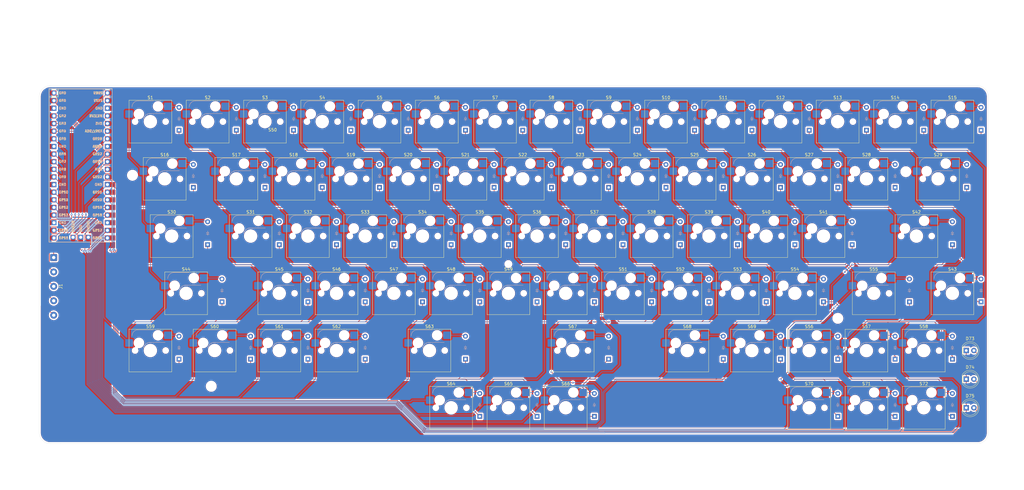
<source format=kicad_pcb>
(kicad_pcb (version 20240108) (generator "pcbnew") (generator_version "8.0")
  (layers (0 "F.Cu" signal) (31 "B.Cu" signal) (34 "B.Paste" user) (35 "F.Paste" user) (36 "B.SilkS" user "B.Silkscreen") (37 "F.SilkS" user "F.Silkscreen") (38 "B.Mask" user) (39 "F.Mask" user) (44 "Edge.Cuts" user))
  (net 0 "")
  (net 1 "Net-(D1-A)")
  (net 2 "COL1")
  (net 3 "Net-(D2-A)")
  (net 4 "Net-(D3-A)")
  (net 5 "Net-(D4-A)")
  (net 6 "Net-(D5-A)")
  (net 7 "Net-(D6-A)")
  (net 8 "Net-(D7-A)")
  (net 9 "Net-(D8-A)")
  (net 10 "Net-(D9-A)")
  (net 11 "Net-(D10-A)")
  (net 12 "Net-(D11-A)")
  (net 13 "Net-(D12-A)")
  (net 14 "Net-(D13-A)")
  (net 15 "Net-(D14-A)")
  (net 16 "Net-(D15-A)")
  (net 17 "Net-(D16-A)")
  (net 18 "COL2")
  (net 19 "Net-(D17-A)")
  (net 20 "Net-(D18-A)")
  (net 21 "Net-(D19-A)")
  (net 22 "Net-(D20-A)")
  (net 23 "Net-(D21-A)")
  (net 24 "Net-(D22-A)")
  (net 25 "Net-(D23-A)")
  (net 26 "Net-(D24-A)")
  (net 27 "Net-(D25-A)")
  (net 28 "Net-(D26-A)")
  (net 29 "Net-(D27-A)")
  (net 30 "Net-(D28-A)")
  (net 31 "Net-(D29-A)")
  (net 32 "Net-(D30-A)")
  (net 33 "COL3")
  (net 34 "Net-(D31-A)")
  (net 35 "Net-(D32-A)")
  (net 36 "Net-(D33-A)")
  (net 37 "Net-(D34-A)")
  (net 38 "Net-(D35-A)")
  (net 39 "Net-(D36-A)")
  (net 40 "Net-(D37-A)")
  (net 41 "Net-(D38-A)")
  (net 42 "Net-(D39-A)")
  (net 43 "Net-(D40-A)")
  (net 44 "Net-(D41-A)")
  (net 45 "Net-(D42-A)")
  (net 46 "Net-(D43-A)")
  (net 47 "Net-(D44-A)")
  (net 48 "COL4")
  (net 49 "Net-(D45-A)")
  (net 50 "Net-(D46-A)")
  (net 51 "Net-(D47-A)")
  (net 52 "Net-(D48-A)")
  (net 53 "Net-(D49-A)")
  (net 54 "Net-(D50-A)")
  (net 55 "Net-(D51-A)")
  (net 56 "Net-(D52-A)")
  (net 57 "Net-(D53-A)")
  (net 58 "Net-(D54-A)")
  (net 59 "Net-(D55-A)")
  (net 60 "Net-(D56-A)")
  (net 61 "Net-(D57-A)")
  (net 62 "Net-(D58-A)")
  (net 63 "Net-(D59-A)")
  (net 64 "COL5")
  (net 65 "Net-(D60-A)")
  (net 66 "Net-(D61-A)")
  (net 67 "Net-(D62-A)")
  (net 68 "Net-(D63-A)")
  (net 69 "Net-(D64-A)")
  (net 70 "Net-(D65-A)")
  (net 71 "Net-(D66-A)")
  (net 72 "Net-(D67-A)")
  (net 73 "Net-(D68-A)")
  (net 74 "Net-(D69-A)")
  (net 75 "Net-(D70-A)")
  (net 76 "Net-(D71-A)")
  (net 77 "Net-(D72-A)")
  (net 78 "LED1")
  (net 79 "GND")
  (net 80 "LED2")
  (net 81 "LED3")
  (net 82 "Net-(J1-Pin_3)")
  (net 83 "Net-(J1-Pin_5)")
  (net 84 "Net-(J1-Pin_2)")
  (net 85 "Net-(J1-Pin_4)")
  (net 86 "ROW1")
  (net 87 "ROW2")
  (net 88 "ROW3")
  (net 89 "ROW4")
  (net 90 "ROW5")
  (net 91 "ROW6")
  (net 92 "ROW7")
  (net 93 "ROW8")
  (net 94 "ROW9")
  (net 95 "ROW10")
  (net 96 "ROW11")
  (net 97 "ROW12")
  (net 98 "ROW13")
  (net 99 "ROW14")
  (net 100 "ROW15")
  (footprint "MountingHole:MountingHole_3.2mm_M3" (layer "F.Cu") (at 17.859375 41.671875)
    (property "Reference" "REF**" (hide yes))
    (property "Value" "MountingHole_3.2mm_M3")
  )
  (footprint "ScottoKeebs_Hotswap:Hotswap_MX_1.00u" (layer "F.Cu") (at 95.25 61.9125)
    (property "Reference" "S33")
    (property "Value" "Keyswitch")
  )
  (footprint "ScottoKeebs_Hotswap:Hotswap_MX_1.00u" (layer "F.Cu") (at 209.55 61.9125)
    (property "Reference" "S39")
    (property "Value" "Keyswitch")
  )
  (footprint "ScottoKeebs_Hotswap:Hotswap_MX_1.00u" (layer "F.Cu") (at 280.9875 119.0625)
    (property "Reference" "S72")
    (property "Value" "Keyswitch")
  )
  (footprint "ScottoKeebs_Hotswap:Hotswap_MX_1.00u" (layer "F.Cu") (at 161.925 119.0625)
    (property "Reference" "S66")
    (property "Value" "Keyswitch")
  )
  (footprint "ScottoKeebs_Hotswap:Hotswap_MX_1.00u" (layer "F.Cu") (at 247.65 61.9125)
    (property "Reference" "S41")
    (property "Value" "Keyswitch")
  )
  (footprint "ScottoKeebs_Hotswap:Hotswap_MX_1.50u" (layer "F.Cu") (at 285.75 42.8625)
    (property "Reference" "S29")
    (property "Value" "Keyswitch")
  )
  (footprint "ScottoKeebs_Hotswap:Hotswap_MX_1.00u" (layer "F.Cu") (at 123.825 80.9625)
    (property "Reference" "S48")
    (property "Value" "Keyswitch")
  )
  (footprint "ScottoKeebs_Hotswap:Hotswap_MX_1.00u" (layer "F.Cu") (at 157.1625 23.8125)
    (property "Reference" "S8")
    (property "Value" "Keyswitch")
  )
  (footprint "ScottoKeebs_Hotswap:Hotswap_MX_1.00u" (layer "F.Cu") (at 261.9375 42.8625)
    (property "Reference" "S28")
    (property "Value" "Keyswitch")
  )
  (footprint "ScottoKeebs_Hotswap:Hotswap_MX_1.00u" (layer "F.Cu") (at 161.925 80.9625)
    (property "Reference" "S50")
    (property "Value" "Keyswitch")
  )
  (footprint "ScottoKeebs_Hotswap:Hotswap_MX_1.00u" (layer "F.Cu") (at 271.4625 23.8125)
    (property "Reference" "S14")
    (property "Value" "Keyswitch")
  )
  (footprint "ScottoKeebs_Hotswap:Hotswap_MX_1.00u" (layer "F.Cu") (at 23.8125 23.8125)
    (property "Reference" "S1")
    (property "Value" "Keyswitch")
  )
  (footprint "ScottoKeebs_Hotswap:Hotswap_MX_1.00u" (layer "F.Cu") (at 214.3125 23.8125)
    (property "Reference" "S11")
    (property "Value" "Keyswitch")
  )
  (footprint "ScottoKeebs_Hotswap:Hotswap_MX_1.00u" (layer "F.Cu") (at 114.3 61.9125)
    (property "Reference" "S34")
    (property "Value" "Keyswitch")
  )
  (footprint "MountingHole:MountingHole_3.2mm_M3" (layer "F.Cu") (at 252.4125 89.296875)
    (property "Reference" "REF**" (hide yes))
    (property "Value" "MountingHole_3.2mm_M3")
  )
  (footprint "ScottoKeebs_Hotswap:Hotswap_MX_1.00u" (layer "F.Cu") (at 242.880312 100.035534)
    (property "Reference" "S56")
    (property "Value" "Keyswitch")
  )
  (footprint "ScottoKeebs_Hotswap:Hotswap_MX_1.00u" (layer "F.Cu") (at 261.9375 119.0625)
    (property "Reference" "S71")
    (property "Value" "Keyswitch")
  )
  (footprint "ScottoKeebs_Hotswap:Hotswap_MX_1.00u" (layer "F.Cu") (at 176.2125 23.8125)
    (property "Reference" "S9")
    (property "Value" "Keyswitch")
  )
  (footprint "ScottoKeebs_Hotswap:Hotswap_MX_1.00u" (layer "F.Cu") (at 142.875 119.0625)
    (property "Reference" "S65")
    (property "Value" "Keyswitch")
  )
  (footprint "ScottoKeebs_Hotswap:Hotswap_MX_1.00u" (layer "F.Cu") (at 90.4875 42.8625)
    (property "Reference" "S19")
    (property "Value" "Keyswitch")
  )
  (footprint "ScottoKeebs_Hotswap:Hotswap_MX_1.00u" (layer "F.Cu") (at 104.775 80.9625)
    (property "Reference" "S47")
    (property "Value" "Keyswitch")
  )
  (footprint "LED_THT:LED_D5.0mm" (layer "F.Cu") (at 295.11625 109.5375)
    (property "Reference" "D74")
    (property "Value" "Placeholder_LED")
  )
  (footprint "ScottoKeebs_Hotswap:Hotswap_MX_1.00u" (layer "F.Cu") (at 109.5375 42.8625)
    (property "Reference" "S20")
    (property "Value" "Keyswitch")
  )
  (footprint "ScottoKeebs_Hotswap:Hotswap_MX_1.25u" (layer "F.Cu") (at 45.185 100.0125)
    (property "Reference" "S60")
    (property "Value" "Keyswitch")
  )
  (footprint "ScottoKeebs_Hotswap:Hotswap_MX_1.00u" (layer "F.Cu") (at 147.6375 42.8625)
    (property "Reference" "S22")
    (property "Value" "Keyswitch")
  )
  (footprint "ScottoKeebs_Hotswap:Hotswap_MX_1.00u" (layer "F.Cu") (at 290.5125 80.9625)
    (property "Reference" "S43")
    (property "Value" "Keyswitch")
  )
  (footprint "ScottoKeebs_Hotswap:Hotswap_MX_2.25u" (layer "F.Cu") (at 35.700633 80.9625)
    (property "Reference" "S44")
    (property "Value" "Keyswitch")
  )
  (footprint "ScottoKeebs_Hotswap:Hotswap_MX_1.00u" (layer "F.Cu") (at 171.45 61.9125)
    (property "Reference" "S37")
    (property "Value" "Keyswitch")
  )
  (footprint "ScottoKeebs_Hotswap:Hotswap_MX_1.00u" (layer "F.Cu") (at 100.0125 23.8125)
    (property "Reference" "S5")
    (property "Value" "Keyswitch")
  )
  (footprint "Connector_Wire:SolderWire-0.5sqmm_1x05_P4.8mm_D0.9mm_OD2.3mm" (layer "F.Cu") (at -8.334375 69.05625 -90)
    (property "Reference" "J1")
    (property "Value" "Conn_01x05_Pin")
  )
  (footprint "ScottoKeebs_Hotswap:Hotswap_MX_1.00u" (layer "F.Cu") (at 264.354828 80.967531)
    (property "Reference" "S55")
    (property "Value" "Keyswitch")
  )
  (footprint "ScottoKeebs_Hotswap:Hotswap_MX_1.00u" (layer "F.Cu") (at 290.5125 23.8125)
    (property "Reference" "S15")
    (property "Value" "Keyswitch")
  )
  (footprint "ScottoKeebs_Hotswap:Hotswap_MX_1.00u" (layer "F.Cu") (at 219.075 80.9625)
    (property "Reference" "S53")
    (property "Value" "Keyswitch")
  )
  (footprint "ScottoKeebs_Hotswap:Hotswap_MX_1.00u" (layer "F.Cu") (at 23.8125 100.0125)
    (property "Reference" "S59")
    (property "Value" "Keyswitch")
  )
  (footprint "LED_THT:LED_D5.0mm" (layer "F.Cu") (at 295.11625 119.0625)
    (property "Reference" "D75")
    (property "Value" "Placeholder_LED")
  )
  (footprint "ScottoKeebs_Hotswap:Hotswap_MX_1.50u" (layer "F.Cu") (at 28.575 42.8625)
    (property "Reference" "S16")
    (property "Value" "Keyswitch")
  )
  (footprint "ScottoKeebs_Hotswap:Hotswap_MX_1.00u" (layer "F.Cu") (at 233.3625 23.8125)
    (property "Reference" "S12")
    (property "Value" "Keyswitch")
  )
  (footprint "MountingHole:MountingHole_2.2mm_M2" (layer "F.Cu") (at 142.856467 71.229024)
    (property "Reference" "REF**" (hide yes))
    (property "Value" "MountingHole_2.2mm_M2")
  )
  (footprint "ScottoKeebs_Hotswap:Hotswap_MX_1.00u" (layer "F.Cu") (at 261.930312 100.035534)
    (property "Reference" "S57")
    (property "Value" "Keyswitch")
  )
  (footprint "ScottoKeebs_Hotswap:Hotswap_MX_1.75u" (layer "F.Cu") (at 238.125 80.9625)
    (property "Reference" "S54")
    (property "Value" "Keyswitch")
  )
  (footprint "ScottoKeebs_Hotswap:Hotswap_MX_1.00u" (layer "F.Cu") (at 52.3875 42.8625)
    (property "Reference" "S17")
    (property "Value" "Keyswitch")
  )
  (footprint "ScottoKeebs_Hotswap:Hotswap_MX_1.00u" (layer "F.Cu") (at 223.830312 100.035534)
    (property "Reference" "S69")
    (property "Value" "Keyswitch")
  )
  (footprint "ScottoKeebs_Hotswap:Hotswap_MX_1.00u" (layer "F.Cu") (at 128.5875 42.8625)
    (property "Reference" "S21")
    (property "Value" "Keyswitch")
  )
  (footprint "ScottoKeebs_Hotswap:Hotswap_MX_1.00u" (layer "F.Cu") (at 200.025 80.9625)
    (property "Reference" "S52")
    (property "Value" "Keyswitch")
  )
  (footprint "ScottoKeebs_Hotswap:Hotswap_MX_1.00u" (layer "F.Cu") (at 204.7875 42.8625)
    (property "Reference" "S25")
    (property "Value" "Keyswitch")
  )
  (footprint "MountingHole:MountingHole_3.2mm_M3" (layer "F.Cu") (at 275.034375 40.48125)
    (property "Reference" "REF**" (hide yes))
    (property "Value" "MountingHole_3.2mm_M3")
  )
  (footprint "ScottoKeebs_Hotswap:Hotswap_MX_1.00u" (layer "F.Cu") (at 66.675 80.9625)
    (property "Reference" "S45")
    (property "Value" "Keyswitch")
  )
  (footprint "ScottoKeebs_Hotswap:Hotswap_MX_1.00u" (layer "F.Cu") (at 71.4375 42.8625)
    (property "Reference" "S18")
    (property "Value" "Keyswitch")
  )
  (footprint "ScottoKeebs_Hotswap:Hotswap_MX_1.25u" (layer "F.Cu") (at 202.340312 100.035534)
    (property "Reference" "S68")
    (property "Value" "Keyswitch")
  )
  (footprint "ScottoKeebs_Hotswap:Hotswap_MX_1.75u" (layer "F.Cu") (at 30.8975 61.9125)
    (property "Reference" "S30")
    (property "Value" "Keyswitch")
  )
  (footprint "ScottoKeebs_Hotswap:Hotswap_MX_1.00u" (layer "F.Cu") (at 138.43 23.8125)
    (property "Reference" "S7")
    (property "Value" "Keyswitch")
  )
  (footprint "ScottoKeebs_Hotswap:Hotswap_MX_1.00u" (layer "F.Cu") (at 166.6875 42.8625)
    (property "Reference" "S23")
    (property "Value" "Keyswitch")
  )
  (footprint "ScottoKeebs_Hotswap:Hotswap_MX_1.00u" (layer "F.Cu") (at 85.725 100.0125)
    (property "Reference" "S62")
    (property "Value" "Keyswitch")
  )
  (footprint "ScottoKeebs_Hotswap:Hotswap_MX_1.00u" (layer "F.Cu") (at 252.35375 23.8125)
    (property "Reference" "S13")
    (property "Value" "Keyswitch")
  )
  (footprint "LED_THT:LED_D5.0mm" (layer "F.Cu") (at 295.11625 100.0125)
    (property "Reference" "D73")
    (property "Value" "Placeholder_LED")
  )
  (footprint "ScottoKeebs_Hotswap:Hotswap_MX_1.00u" (layer "F.Cu") (at 85.725 80.9625)
    (property "Reference" "S46")
    (property "Value" "Keyswitch")
  )
  (footprint "ScottoKeebs_Hotswap:Hotswap_MX_1.00u" (layer "F.Cu") (at 133.35 61.9125)
    (property "Reference" "S35")
    (property "Value" "Keyswitch")
  )
  (footprint "ScottoKeebs_Hotswap:Hotswap_MX_1.00u" (layer "F.Cu") (at 223.8375 42.8625)
    (property "Reference" "S26")
    (property "Value" "Keyswitch")
  )
  (footprint "ScottoKeebs_Hotswap:Hotswap_MX_1.00u" (layer "F.Cu") (at 190.5 61.9125)
    (property "Reference" "S38")
    (property "Value" "Keyswitch")
  )
  (footprint "ScottoKeebs_Hotswap:Hotswap_MX_1.00u" (layer "F.Cu") (at 185.7375 42.8625)
    (property "Reference" "S24")
    (property "Value" "Keyswitch")
  )
  (footprint "ScottoKeebs_Hotswap:Hotswap_MX_1.00u" (layer "F.Cu") (at 76.2 61.9125)
    (property "Reference" "S32")
    (property "Value" "Keyswitch")
  )
  (footprint "ScottoKeebs_Hotswap:Hotswap_MX_1.00u" (layer "F.Cu") (at 80.9625 23.8125)
    (property "Reference" "S4")
    (property "Value" "Keyswitch")
  )
  (footprint "ScottoKeebs_Hotswap:Hotswap_MX_2.75u" (layer "F.Cu") (at 164.2475 100.0125)
    (property "Reference" "S67")
    (property "Value" "Keyswitch")
  )
  (footprint "ScottoKeebs_Hotswap:Hotswap_MX_1.00u" (layer "F.Cu") (at 123.825 119.0625)
    (property "Reference" "S64")
    (property "Value" "Keyswitch")
  )
  (footprint "ScottoKeebs_Hotswap:Hotswap_MX_1.00u" (layer "F.Cu") (at 61.9125 23.8125)
    (property "Reference" "S3")
    (property "Value" "Keyswitch")
  )
  (footprint "ScottoKeebs_Hotswap:Hotswap_MX_2.25u" (layer "F.Cu") (at 116.6225 100.0125)
    (property "Reference" "S63")
    (property "Value" "Keyswitch")
  )
  (footprint "MountingHole:MountingHole_3.2mm_M3" (layer "F.Cu") (at 44.053125 111.91875)
    (property "Reference" "REF**" (hide yes))
    (property "Value" "MountingHole_3.2mm_M3")
  )
  (footprint "ScottoKeebs_Hotswap:Hotswap_MX_1.00u" (layer "F.Cu") (at 242.8875 42.8625)
    (property "Reference" "S27")
    (property "Value" "Keyswitch")
  )
  (footprint "ScottoKeebs_Hotswap:Hotswap_MX_1.00u" (layer "F.Cu") (at 228.6 61.9125)
    (property "Reference" "S40")
    (property "Value" "Keyswitch")
  )
  (footprint "ScottoKeebs_Hotswap:Hotswap_MX_1.00u" (layer "F.Cu") (at 142.875 80.9625)
    (property "Reference" "S49")
    (property "Value" "Keyswitch")
  )
  (footprint "ScottoKeebs_Hotswap:Hotswap_MX_1.00u" (layer "F.Cu") (at 280.980312 100.035534)
    (property "Reference" "S58")
    (property "Value" "Keyswitch")
  )
  (footprint "ScottoKeebs_Hotswap:Hotswap_MX_1.00u" (layer "F.Cu") (at 57.15 61.9125)
    (property "Reference" "S31")
    (property "Value" "Keyswitch")
  )
  (footprint "ScottoKeebs_Hotswap:Hotswap_MX_1.00u" (layer "F.Cu") (at 152.4 61.9125)
    (property "Reference" "S36")
    (property "Value" "Keyswitch")
  )
  (footprint "ScottoKeebs_Hotswap:Hotswap_MX_1.00u" (layer "F.Cu") (at 66.675 100.0125)
    (property "Reference" "S61")
    (property "Value" "Keyswitch")
  )
  (footprint "ScottoKeebs_Hotswap:Hotswap_MX_1.00u" (layer "F.Cu") (at 242.8875 119.0625)
    (property "Reference" "S70")
    (property "Value" "Keyswitch")
  )
  (footprint "ScottoKeebs_Hotswap:Hotswap_MX_1.00u" (layer "F.Cu") (at 119.0625 23.8125)
    (property "Reference" "S6")
    (property "Value" "Keyswitch")
  )
  (footprint "ScottoKeebs_Hotswap:Hotswap_MX_1.00u" (layer "F.Cu") (at 195.2625 23.8125)
    (property "Reference" "S10")
    (property "Value" "Keyswitch")
  )
  (footprint "ScottoKeebs_Hotswap:Hotswap_MX_1.00u" (layer "F.Cu") (at 180.975 80.9625)
    (property "Reference" "S51")
    (property "Value" "Keyswitch")
  )
  (footprint "ScottoKeebs_Hotswap:Hotswap_MX_2.25u" (layer "F.Cu") (at 278.55301 61.9125)
    (property "Reference" "S42")
    (property "Value" "Keyswitch")
  )
  (footprint "ScottoKeebs_MCU:Raspberry_Pi_Pico" (layer "F.Cu") (at 0.635 38.4175)
    (property "Reference" "U2" (hide yes))
    (property "Value" "Raspberry_Pi_Pico" (hide yes))
  )
  (footprint "ScottoKeebs_Hotswap:Hotswap_MX_1.00u" (layer "F.Cu") (at 42.8625 23.8125)
    (property "Reference" "S2")
    (property "Value" "Keyswitch")
  )
  (footprint "ScottoKeebs_Components:Diode_DO-35" (layer "B.Cu") (at 47.625 83.82 90)
    (property "Reference" "D44" (hide yes))
    (property "Value" "Diode" (hide yes))
  )
  (footprint "ScottoKeebs_Components:Diode_DO-35" (layer "B.Cu") (at 80.9625 45.72 90)
    (property "Reference" "D18" (hide yes))
    (property "Value" "Diode" (hide yes))
  )
  (footprint "ScottoKeebs_Components:Diode_DO-35" (layer "B.Cu") (at 90.4875 26.67 90)
    (property "Reference" "D4" (hide yes))
    (property "Value" "Diode" (hide yes))
  )
  (footprint "ScottoKeebs_Components:Diode_DO-35" (layer "B.Cu") (at 252.4125 121.92 90)
    (property "Reference" "D70" (hide yes))
    (property "Value" "Diode" (hide yes))
  )
  (footprint "ScottoKeebs_Components:Diode_DO-35" (layer "B.Cu") (at 95.25 102.87 90)
    (property "Reference" "D62" (hide yes))
    (property "Value" "Diode" (hide yes))
  )
  (footprint "ScottoKeebs_Components:Diode_DO-35" (layer "B.Cu") (at 214.3125 102.87 90)
    (property "Reference" "D68" (hide yes))
    (property "Value" "Diode" (hide yes))
  )
  (footprint "ScottoKeebs_Components:Diode_DO-35" (layer "B.Cu") (at 209.55 83.82 90)
    (property "Reference" "D52" (hide yes))
    (property "Value" "Diode" (hide yes))
  )
  (footprint "ScottoKeebs_Components:Diode_DO-35" (layer "B.Cu") (at 52.3875 26.67 90)
    (property "Reference" "D2" (hide yes))
    (property "Value" "Diode" (hide yes))
  )
  (footprint "ScottoKeebs_Components:Diode_DO-35" (layer "B.Cu") (at 185.7375 26.67 90)
    (property "Reference" "D9" (hide yes))
    (property "Value" "Diode" (hide yes))
  )
  (footprint "ScottoKeebs_Components:Diode_DO-35" (layer "B.Cu") (at 66.675 64.77 90)
    (property "Reference" "D31" (hide yes))
    (property "Value" "Diode" (hide yes))
  )
  (footprint "ScottoKeebs_Components:Diode_DO-35" (layer "B.Cu") (at 152.4 121.92 90)
    (property "Reference" "D65" (hide yes))
    (property "Value" "Diode" (hide yes))
  )
  (footprint "ScottoKeebs_Components:Diode_DO-35" (layer "B.Cu") (at 133.35 121.92 90)
    (property "Reference" "D64" (hide yes))
    (property "Value" "Diode" (hide yes))
  )
  (footprint "ScottoKeebs_Components:Diode_DO-35" (layer "B.Cu") (at 119.0625 45.72 90)
    (property "Reference" "D20" (hide yes))
    (property "Value" "Diode" (hide yes))
  )
  (footprint "ScottoKeebs_Components:Diode_DO-35" (layer "B.Cu") (at 128.5875 26.67 90)
    (property "Reference" "D6" (hide yes))
    (property "Value" "Diode" (hide yes))
  )
  (footprint "ScottoKeebs_Components:Diode_DO-35" (layer "B.Cu") (at 271.4625 121.92 90)
    (property "Reference" "D71" (hide yes))
    (property "Value" "Diode" (hide yes))
  )
  (footprint "ScottoKeebs_Components:Diode_DO-35" (layer "B.Cu") (at 242.8875 26.67 90)
    (property "Reference" "D12" (hide yes))
    (property "Value" "Diode" (hide yes))
  )
  (footprint "ScottoKeebs_Components:Diode_DO-35" (layer "B.Cu") (at 166.6875 26.67 90)
    (property "Reference" "D8" (hide yes))
    (property "Value" "Diode" (hide yes))
  )
  (footprint "ScottoKeebs_Components:Diode_DO-35" (layer "B.Cu") (at 157.1625 45.72 90)
    (property "Reference" "D22" (hide yes))
    (property "Value" "Diode" (hide yes))
  )
  (footprint "ScottoKeebs_Components:Diode_DO-35" (layer "B.Cu") (at 147.6375 26.67 90)
    (property "Reference" "D7" (hide yes))
    (property "Value" "Diode" (hide yes))
  )
  (footprint "ScottoKeebs_Components:Diode_DO-35" (layer "B.Cu") (at 261.9375 26.67 90)
    (property "Reference" "D13" (hide yes))
    (property "Value" "Diode" (hide yes))
  )
  (footprint "ScottoKeebs_Components:Diode_DO-35" (layer "B.Cu") (at 219.075 64.77 90)
    (property "Reference" "D39" (hide yes))
    (property "Value" "Diode" (hide yes))
  )
  (footprint "ScottoKeebs_Components:Diode_DO-35" (layer "B.Cu") (at 33.3375 26.67 90)
    (property "Reference" "D1" (hide yes))
    (property "Value" "Diode" (hide yes))
  )
  (footprint "ScottoKeebs_Components:Diode_DO-35" (layer "B.Cu") (at 42.8625 64.77 90)
    (property "Reference" "D30" (hide yes))
    (property "Value" "Diode" (hide yes))
  )
  (footprint "ScottoKeebs_Components:Diode_DO-35" (layer "B.Cu") (at 257.175 64.77 90)
    (property "Reference" "D41" (hide yes))
    (property "Value" "Diode" (hide yes))
  )
  (footprint "ScottoKeebs_Components:Diode_DO-35" (layer "B.Cu") (at 223.8375 26.67 90)
    (property "Reference" "D11" (hide yes))
    (property "Value" "Diode" (hide yes))
  )
  (footprint "ScottoKeebs_Components:Diode_DO-35" (layer "B.Cu") (at 290.5125 121.92 90)
    (property "Reference" "D72" (hide yes))
    (property "Value" "Diode" (hide yes))
  )
  (footprint "ScottoKeebs_Components:Diode_DO-35" (layer "B.Cu") (at 171.45 83.82 90)
    (property "Reference" "D50" (hide yes))
    (property "Value" "Diode" (hide yes))
  )
  (footprint "ScottoKeebs_Components:Diode_DO-35" (layer "B.Cu") (at 161.925 64.77 90)
    (property "Reference" "D36" (hide yes))
    (property "Value" "Diode" (hide yes))
  )
  (footprint "ScottoKeebs_Components:Diode_DO-35" (layer "B.Cu") (at 195.2625 45.72 90)
    (property "Reference" "D24" (hide yes))
    (property "Value" "Diode" (hide yes))
  )
  (footprint "ScottoKeebs_Components:Diode_DO-35" (layer "B.Cu") (at 180.975 64.77 90)
    (property "Reference" "D37" (hide yes))
    (property "Value" "Diode" (hide yes))
  )
  (footprint "ScottoKeebs_Components:Diode_DO-35" (layer "B.Cu") (at 38.1 45.72 90)
    (property "Reference" "D16" (hide yes))
    (property "Value" "Diode" (hide yes))
  )
  (footprint "ScottoKeebs_Components:Diode_DO-35" (layer "B.Cu") (at 271.4625 45.72 90)
    (property "Reference" "D28" (hide yes))
    (property "Value" "Diode" (hide yes))
  )
  (footprint "ScottoKeebs_Components:Diode_DO-35" (layer "B.Cu") (at 290.5125 64.77 90)
    (property "Reference" "D42" (hide yes))
    (property "Value" "Diode" (hide yes))
  )
  (footprint "ScottoKeebs_Components:Diode_DO-35" (layer "B.Cu") (at 142.875 64.77 90)
    (property "Reference" "D35" (hide yes))
    (property "Value" "Diode" (hide yes))
  )
  (footprint "ScottoKeebs_Components:Diode_DO-35" (layer "B.Cu") (at 152.4 83.82 90)
    (property "Reference" "D49" (hide yes))
    (property "Value" "Diode" (hide yes))
  )
  (footprint "ScottoKeebs_Components:Diode_DO-35" (layer "B.Cu") (at 200.025 64.77 90)
    (property "Reference" "D38" (hide yes))
    (property "Value" "Diode" (hide yes))
  )
  (footprint "ScottoKeebs_Components:Diode_DO-35" (layer "B.Cu") (at 252.4125 45.72 90)
    (property "Reference" "D27" (hide yes))
    (property "Value" "Diode" (hide yes))
  )
  (footprint "ScottoKeebs_Components:Diode_DO-35" (layer "B.Cu") (at 233.3625 45.72 90)
    (property "Reference" "D26" (hide yes))
    (property "Value" "Diode" (hide yes))
  )
  (footprint "ScottoKeebs_Components:Diode_DO-35" (layer "B.Cu") (at 276.225 83.82 90)
    (property "Reference" "D55" (hide yes))
    (property "Value" "Diode" (hide yes))
  )
  (footprint "ScottoKeebs_Components:Diode_DO-35" (layer "B.Cu") (at 61.9125 45.72 90)
    (property "Reference" "D17" (hide yes))
    (property "Value" "Diode" (hide yes))
  )
  (footprint "ScottoKeebs_Components:Diode_DO-35" (layer "B.Cu") (at 109.5375 26.67 90)
    (property "Reference" "D5" (hide yes))
    (property "Value" "Diode" (hide yes))
  )
  (footprint "ScottoKeebs_Components:Diode_DO-35" (layer "B.Cu") (at 114.3 83.82 90)
    (property "Reference" "D47" (hide yes))
    (property "Value" "Diode" (hide yes))
  )
  (footprint "ScottoKeebs_Components:Diode_DO-35" (layer "B.Cu") (at 228.6 83.82 90)
    (property "Reference" "D53" (hide yes))
    (property "Value" "Diode" (hide yes))
  )
  (footprint "ScottoKeebs_Components:Diode_DO-35" (layer "B.Cu") (at 128.5875 102.87 90)
    (property "Reference" "D63" (hide yes))
    (property "Value" "Diode" (hide yes))
  )
  (footprint "ScottoKeebs_Components:Diode_DO-35" (layer "B.Cu") (at 138.1125 45.72 90)
    (property "Reference" "D21" (hide yes))
    (property "Value" "Diode" (hide yes))
  )
  (footprint "ScottoKeebs_Components:Diode_DO-35" (layer "B.Cu") (at 295.275 45.72 90)
    (property "Reference" "D29" (hide yes))
    (property "Value" "Diode" (hide yes))
  )
  (footprint "ScottoKeebs_Components:Diode_DO-35" (layer "B.Cu") (at 95.25 83.82 90)
    (property "Reference" "D46" (hide yes))
    (property "Value" "Diode" (hide yes))
  )
  (footprint "ScottoKeebs_Components:Diode_DO-35" (layer "B.Cu") (at 104.775 64.77 90)
    (property "Reference" "D33" (hide yes))
    (property "Value" "Diode" (hide yes))
  )
  (footprint "ScottoKeebs_Components:Diode_DO-35" (layer "B.Cu") (at 300.0375 83.82 90)
    (property "Reference" "D43" (hide yes))
    (property "Value" "Diode" (hide yes))
  )
  (footprint "ScottoKeebs_Components:Diode_DO-35" (layer "B.Cu") (at 57.15 102.87 90)
    (property "Reference" "D60" (hide yes))
    (property "Value" "Diode" (hide yes))
  )
  (footprint "ScottoKeebs_Components:Diode_DO-35" (layer "B.Cu") (at 271.4625 102.87 90)
    (property "Reference" "D57" (hide yes))
    (property "Value" "Diode" (hide yes))
  )
  (footprint "ScottoKeebs_Components:Diode_DO-35" (layer "B.Cu") (at 123.825 64.77 90)
    (property "Reference" "D34" (hide yes))
    (property "Value" "Diode" (hide yes))
  )
  (footprint "ScottoKeebs_Components:Diode_DO-35" (layer "B.Cu") (at 171.45 121.92 90)
    (property "Reference" "D66" (hide yes))
    (property "Value" "Diode" (hide yes))
  )
  (footprint "ScottoKeebs_Components:Diode_DO-35" (layer "B.Cu") (at 176.2125 45.72 90)
    (property "Reference" "D23" (hide yes))
    (property "Value" "Diode" (hide yes))
  )
  (footprint "ScottoKeebs_Components:Diode_DO-35" (layer "B.Cu") (at 100.0125 45.72 90)
    (property "Reference" "D19" (hide yes))
    (property "Value" "Diode" (hide yes))
  )
  (footprint "ScottoKeebs_Components:Diode_DO-35" (layer "B.Cu") (at 33.3375 102.87 90)
    (property "Reference" "D59" (hide yes))
    (property "Value" "Diode" (hide yes))
  )
  (footprint "ScottoKeebs_Components:Diode_DO-35" (layer "B.Cu") (at 76.2 102.87 90)
    (property "Reference" "D61" (hide yes))
    (property "Value" "Diode" (hide yes))
  )
  (footprint "ScottoKeebs_Components:Diode_DO-35" (layer "B.Cu") (at 204.7875 26.67 90)
    (property "Reference" "D10" (hide yes))
    (property "Value" "Diode" (hide yes))
  )
  (footprint "ScottoKeebs_Components:Diode_DO-35" (layer "B.Cu") (at 280.9875 26.67 90)
    (property "Reference" "D14" (hide yes))
    (property "Value" "Diode" (hide yes))
  )
  (footprint "ScottoKeebs_Components:Diode_DO-35" (layer "B.Cu") (at 190.5 83.82 90)
    (property "Reference" "D51" (hide yes))
    (property "Value" "Diode" (hide yes))
  )
  (footprint "ScottoKeebs_Components:Diode_DO-35" (layer "B.Cu") (at 247.65 83.82 90)
    (property "Reference" "D54" (hide yes))
    (property "Value" "Diode" (hide yes))
  )
  (footprint "ScottoKeebs_Components:Diode_DO-35" (layer "B.Cu") (at 85.725 64.77 90)
    (property "Reference" "D32" (hide yes))
    (property "Value" "Diode" (hide yes))
  )
  (footprint "ScottoKeebs_Components:Diode_DO-35" (layer "B.Cu") (at 290.5125 102.87 90)
    (property "Reference" "D58" (hide yes))
    (property "Value" "Diode" (hide yes))
  )
  (footprint "ScottoKeebs_Components:Diode_DO-35" (layer "B.Cu") (at 214.3125 45.72 90)
    (property "Reference" "D25" (hide yes))
    (property "Value" "Diode" (hide yes))
  )
  (footprint "ScottoKeebs_Components:Diode_DO-35" (layer "B.Cu") (at 238.125 64.77 90)
    (property "Reference" "D40" (hide yes))
    (property "Value" "Diode" (hide yes))
  )
  (footprint "ScottoKeebs_Components:Diode_DO-35" (layer "B.Cu") (at 252.4125 102.87 90)
    (property "Reference" "D56" (hide yes))
    (property "Value" "Diode" (hide yes))
  )
  (footprint "ScottoKeebs_Components:Diode_DO-35" (layer "B.Cu") (at 233.3625 102.87 90)
    (property "Reference" "D69" (hide yes))
    (property "Value" "Diode" (hide yes))
  )
  (footprint "ScottoKeebs_Components:Diode_DO-35" (layer "B.Cu") (at 300.0375 26.67 90)
    (property "Reference" "D15" (hide yes))
    (property "Value" "Diode" (hide yes))
  )
  (footprint "ScottoKeebs_Components:Diode_DO-35" (layer "B.Cu") (at 133.35 83.82 90)
    (property "Reference" "D48" (hide yes))
    (property "Value" "Diode" (hide yes))
  )
  (footprint "ScottoKeebs_Components:Diode_DO-35" (layer "B.Cu") (at 71.4375 26.67 90)
    (property "Reference" "D3" (hide yes))
    (property "Value" "Diode" (hide yes))
  )
  (footprint "ScottoKeebs_Components:Diode_DO-35" (layer "B.Cu") (at 176.2125 102.87 90)
    (property "Reference" "D67" (hide yes))
    (property "Value" "Diode" (hide yes))
  )
  (footprint "ScottoKeebs_Components:Diode_DO-35" (layer "B.Cu") (at 76.2 83.82 90)
    (property "Reference" "D45" (hide yes))
    (property "Value" "Diode" (hide yes))
  )
  (gr_arc (start -13.096875 15.478125) (mid -12.050697 12.952428) (end -9.525 11.90625) (stroke (width 0.05)) (layer "Edge.Cuts"))
  (gr_line (start 290.5125 130.96875) (end 296.465625 130.96875) (stroke (width 0.05)) (layer "Edge.Cuts"))
  (gr_line (start -9.525 11.90625) (end 298.846875 11.90625) (stroke (width 0.05)) (layer "Edge.Cuts"))
  (gr_line (start 298.846875 130.96875) (end 296.465625 130.96875) (stroke (width 0.05)) (layer "Edge.Cuts"))
  (gr_line (start 142.875 130.96875) (end -5.953125 130.96875) (stroke (width 0.05)) (layer "Edge.Cuts"))
  (gr_line (start -13.096875 15.478125) (end -13.096875 86.915625) (stroke (width 0.05)) (layer "Edge.Cuts"))
  (gr_line (start -13.096875 117.871875) (end -13.096875 127.396875) (stroke (width 0.05)) (layer "Edge.Cuts"))
  (gr_arc (start 302.41875 127.396875) (mid 301.372572 129.922572) (end 298.846875 130.96875) (stroke (width 0.05)) (layer "Edge.Cuts"))
  (gr_arc (start 298.846875 11.90625) (mid 301.372572 12.952428) (end 302.41875 15.478125) (stroke (width 0.05)) (layer "Edge.Cuts"))
  (gr_line (start 302.41875 127.396875) (end 302.41875 126.20625) (stroke (width 0.05)) (layer "Edge.Cuts"))
  (gr_line (start 302.41875 15.478125) (end 302.41875 126.20625) (stroke (width 0.05)) (layer "Edge.Cuts"))
  (gr_line (start -9.525 130.96875) (end -5.953125 130.96875) (stroke (width 0.05)) (layer "Edge.Cuts"))
  (gr_arc (start -9.525 130.96875) (mid -12.050697 129.922572) (end -13.096875 127.396875) (stroke (width 0.05)) (layer "Edge.Cuts"))
  (gr_line (start 142.875 130.96875) (end 290.5125 130.96875) (stroke (width 0.05)) (layer "Edge.Cuts"))
  (gr_line (start -13.096875 86.915625) (end -13.096875 117.871875) (stroke (width 0.05)) (layer "Edge.Cuts"))
  (segment (start 33.02 18.7325) (end 33.3375 19.05) (width 0.2) (layer "B.Cu") (net 1))
  (segment (start 29.6545 18.7325) (end 33.02 18.7325) (width 0.2) (layer "B.Cu") (net 1))
  (segment (start 52.3875 30.95625) (end 50.00625 33.3375) (width 0.2) (layer "F.Cu") (net 2))
  (segment (start 30.95625 33.3375) (end 8.495 33.3375) (width 0.2) (layer "F.Cu") (net 2))
  (segment (start -7.105 15.4375) (end -8.255 14.2875) (width 0.2) (layer "F.Cu") (net 2))
  (segment (start 242.8875 30.95625) (end 240.50625 33.3375) (width 0.2) (layer "F.Cu") (net 2))
  (segment (start 69.05625 33.3375) (end 50.00625 33.3375) (width 0.2) (layer "F.Cu") (net 2))
  (segment (start 71.4375 30.95625) (end 69.05625 33.3375) (width 0.2) (layer "F.Cu") (net 2))
  (segment (start 278.60625 33.3375) (end 259.55625 33.3375) (width 0.2) (layer "F.Cu") (net 2))
  (segment (start 280.9875 30.95625) (end 278.60625 33.3375) (width 0.2) (layer "F.Cu") (net 2))
  (segment (start 52.3875 26.67) (end 52.3875 30.95625) (width 0.2) (layer "F.Cu") (net 2))
  (segment (start 221.45625 33.3375) (end 202.40625 33.3375) (width 0.2) (layer "F.Cu") (net 2))
  (segment (start 33.3375 30.95625) (end 30.95625 33.3375) (width 0.2) (layer "F.Cu") (net 2))
  (segment (start 109.5375 30.95625) (end 107.15625 33.3375) (width 0.2) (layer "F.Cu") (net 2))
  (segment (start 204.7875 26.67) (end 204.7875 30.95625) (width 0.2) (layer "F.Cu") (net 2))
  (segment (start 261.9375 30.95625) (end 259.55625 33.3375) (width 0.2) (layer "F.Cu") (net 2))
  (segment (start 147.6375 30.95625) (end 145.25625 33.3375) (width 0.2) (layer "F.Cu") (net 2))
  (segment (start 166.6875 30.95625) (end 164.30625 33.3375) (width 0.2) (layer "F.Cu") (net 2))
  (segment (start 164.30625 33.3375) (end 163.115625 33.3375) (width 0.2) (layer "F.Cu") (net 2))
  (segment (start 90.4875 30.95625) (end 88.10625 33.3375) (width 0.2) (layer "F.Cu") (net 2))
  (segment (start 202.40625 33.3375) (end 183.35625 33.3375) (width 0.2) (layer "F.Cu") (net 2))
  (segment (start 88.10625 33.3375) (end 69.05625 33.3375) (width 0.2) (layer "F.Cu") (net 2))
  (segment (start 297.65625 33.3375) (end 278.60625 33.3375) (width 0.2) (layer "F.Cu") (net 2))
  (segment (start 71.4375 26.67) (end 71.4375 30.95625) (width 0.2) (layer "F.Cu") (net 2))
  (segment (start 183.35625 33.3375) (end 163.115625 33.3375) (width 0.2) (layer "F.Cu") (net 2))
  (segment (start 90.4875 26.67) (end 90.4875 30.95625) (width 0.2) (layer "F.Cu") (net 2))
  (segment (start 300.0375 30.95625) (end 297.65625 33.3375) (width 0.2) (layer "F.Cu") (net 2))
  (segment (start 242.8875 26.67) (end 242.8875 30.95625) (width 0.2) (layer "F.Cu") (net 2))
  (segment (start 128.5875 30.95625) (end 126.20625 33.3375) (width 0.2) (layer "F.Cu") (net 2))
  (segment (start 259.55625 33.3375) (end 240.50625 33.3375) (width 0.2) (layer "F.Cu") (net 2))
  (segment (start 223.8375 26.67) (end 223.8375 30.95625) (width 0.2) (layer "F.Cu") (net 2))
  (segment (start 261.9375 26.67) (end 261.9375 30.95625) (width 0.2) (layer "F.Cu") (net 2))
  (segment (start 163.115625 33.3375) (end 145.25625 33.3375) (width 0.2) (layer "F.Cu") (net 2))
  (segment (start -7.105 17.7375) (end -7.105 15.4375) (width 0.2) (layer "F.Cu") (net 2))
  (segment (start 280.9875 26.67) (end 280.9875 30.95625) (width 0.2) (layer "F.Cu") (net 2))
  (segment (start 50.00625 33.3375) (end 30.95625 33.3375) (width 0.2) (layer "F.Cu") (net 2))
  (segment (start 147.6375 26.67) (end 147.6375 30.95625) (width 0.2) (layer "F.Cu") (net 2))
  (segment (start 166.6875 26.67) (end 166.6875 30.95625) (width 0.2) (layer "F.Cu") (net 2))
  (segment (start 185.7375 30.95625) (end 183.35625 33.3375) (width 0.2) (layer "F.Cu") (net 2))
  (segment (start 240.50625 33.3375) (end 221.45625 33.3375) (width 0.2) (layer "F.Cu") (net 2))
  (segment (start 204.7875 30.95625) (end 202.40625 33.3375) (width 0.2) (layer "F.Cu") (net 2))
  (segment (start 300.0375 26.67) (end 300.0375 30.95625) (width 0.2) (layer "F.Cu") (net 2))
  (segment (start 107.15625 33.3375) (end 88.10625 33.3375) (width 0.2) (layer "F.Cu") (net 2))
  (segment (start 128.5875 26.67) (end 128.5875 30.95625) (width 0.2) (layer "F.Cu") (net 2))
  (segment (start 126.20625 33.3375) (end 107.15625 33.3375) (width 0.2) (layer "F.Cu") (net 2))
  (segment (start 145.25625 33.3375) (end 126.20625 33.3375) (width 0.2) (layer "F.Cu") (net 2))
  (segment (start 109.5375 26.67) (end 109.5375 30.95625) (width 0.2) (layer "F.Cu") (net 2))
  (segment (start 8.495 33.3375) (end -7.105 17.7375) (width 0.2) (layer "F.Cu") (net 2))
  (segment (start 33.3375 26.67) (end 33.3375 30.95625) (width 0.2) (layer "F.Cu") (net 2))
  (segment (start 223.8375 30.95625) (end 221.45625 33.3375) (width 0.2) (layer "F.Cu") (net 2))
  (segment (start 185.7375 26.67) (end 185.7375 30.95625) (width 0.2) (layer "F.Cu") (net 2))
  (segment (start 52.07 18.7325) (end 52.3875 19.05) (width 0.2) (layer "B.Cu") (net 3))
  (segment (start 48.7045 18.7325) (end 52.07 18.7325) (width 0.2) (layer "B.Cu") (net 3))
  (segment (start 67.7545 18.7325) (end 71.12 18.7325) (width 0.2) (layer "B.Cu") (net 4))
  (segment (start 71.12 18.7325) (end 71.4375 19.05) (width 0.2) (layer "B.Cu") (net 4))
  (segment (start 90.17 18.7325) (end 90.4875 19.05) (width 0.2) (layer "B.Cu") (net 5))
  (segment (start 86.8045 18.7325) (end 90.17 18.7325) (width 0.2) (layer "B.Cu") (net 5))
  (segment (start 105.8545 18.7325) (end 109.22 18.7325) (width 0.2) (layer "B.Cu") (net 6))
  (segment (start 109.22 18.7325) (end 109.5375 19.05) (width 0.2) (layer "B.Cu") (net 6))
  (segment (start 128.27 18.7325) (end 128.5875 19.05) (width 0.2) (layer "B.Cu") (net 7))
  (segment (start 124.9045 18.7325) (end 128.27 18.7325) (width 0.2) (layer "B.Cu") (net 7))
  (segment (start 144.272 18.7325) (end 147.32 18.7325) (width 0.2) (layer "B.Cu") (net 8))
  (segment (start 147.32 18.7325) (end 147.6375 19.05) (width 0.2) (layer "B.Cu") (net 8))
  (segment (start 166.37 18.7325) (end 166.6875 19.05) (width 0.2) (layer "B.Cu") (net 9))
  (segment (start 163.0045 18.7325) (end 166.37 18.7325) (width 0.2) (layer "B.Cu") (net 9))
  (segment (start 185.42 18.7325) (end 185.7375 19.05) (width 0.2) (layer "B.Cu") (net 10))
  (segment (start 182.0545 18.7325) (end 185.42 18.7325) (width 0.2) (layer "B.Cu") (net 10))
  (segment (start 201.1045 18.7325) (end 204.47 18.7325) (width 0.2) (layer "B.Cu") (net 11))
  (segment (start 204.47 18.7325) (end 204.7875 19.05) (width 0.2) (layer "B.Cu") (net 11))
  (segment (start 220.1545 18.7325) (end 223.52 18.7325) (width 0.2) (layer "B.Cu") (net 12))
  (segment (start 223.52 18.7325) (end 223.8375 19.05) (width 0.2) (layer "B.Cu") (net 12))
  (segment (start 239.2045 18.7325) (end 242.57 18.7325) (width 0.2) (layer "B.Cu") (net 13))
  (segment (start 242.57 18.7325) (end 242.8875 19.05) (width 0.2) (layer "B.Cu") (net 13))
  (segment (start 257.937 18.7325) (end 261.62 18.7325) (width 0.2) (layer "B.Cu") (net 14))
  (segment (start 261.62 18.7325) (end 261.9375 19.05) (width 0.2) (layer "B.Cu") (net 14))
  (segment (start 277.3045 18.7325) (end 280.67 18.7325) (width 0.2) (layer "B.Cu") (net 15))
  (segment (start 280.67 18.7325) (end 280.9875 19.05) (width 0.2) (layer "B.Cu") (net 15))
  (segment (start 299.72 18.7325) (end 300.0375 19.05) (width 0.2) (layer "B.Cu") (net 16))
  (segment (start 296.3545 18.7325) (end 299.72 18.7325) (width 0.2) (layer "B.Cu") (net 16))
  (segment (start 34.417 37.7825) (end 37.7825 37.7825) (width 0.2) (layer "B.Cu") (net 17))
  (segment (start 37.7825 37.7825) (end 38.1 38.1) (width 0.2) (layer "B.Cu") (net 17))
  (segment (start 195.2625 45.72) (end 195.2625 50.00625) (width 0.2) (layer "F.Cu") (net 18))
  (segment (start -7.505 17.903186) (end -7.505 17.5775) (width 0.2) (layer "F.Cu") (net 18))
  (segment (start 35.71875 52.3875) (end 15.478125 52.3875) (width 0.2) (layer "F.Cu") (net 18))
  (segment (start 116.68125 52.3875) (end 96.440625 52.3875) (width 0.2) (layer "F.Cu") (net 18))
  (segment (start 14.2875 37.81) (end 12.475 35.9975) (width 0.2) (layer "F.Cu") (net 18))
  (segment (start 10.589314 35.9975) (end 10.349314 35.7575) (width 0.2) (layer "F.Cu") (net 18))
  (segment (start 250.03125 52.3875) (end 248.840625 52.3875) (width 0.2) (layer "F.Cu") (net 18))
  (segment (start 119.0625 45.72) (end 119.0625 50.00625) (width 0.2) (layer "F.Cu") (net 18))
  (segment (start 267.890625 52.3875) (end 248.840625 52.3875) (width 0.2) (layer "F.Cu") (net 18))
  (segment (start 233.3625 45.72) (end 233.3625 50.00625) (width 0.2) (layer "F.Cu") (net 18))
  (segment (start 252.4125 45.72) (end 252.4125 50.00625) (width 0.2) (layer "F.Cu") (net 18))
  (segment (start 61.9125 45.72) (end 61.9125 50.00625) (width 0.2) (layer "F.Cu") (net 18))
  (segment (start 80.9625 50.00625) (end 78.58125 52.3875) (width 0.2) (layer "F.Cu") (net 18))
  (segment (start 8.375 35.7575) (end 8.375 33.783186) (width 0.2) (layer "F.Cu") (net 18))
  (segment (start 135.73125 52.3875) (end 134.540625 52.3875) (width 0.2) (layer "F.Cu") (net 18))
  (segment (start 78.58125 52.3875) (end 76.2 52.3875) (width 0.2) (layer "F.Cu") (net 18))
  (segment (start 230.98125 52.3875) (end 211.93125 52.3875) (width 0.2) (layer "F.Cu") (net 18))
  (segment (start 97.63125 52.3875) (end 96.440625 52.3875) (width 0.2) (layer "F.Cu") (net 18))
  (segment (start 248.840625 52.3875) (end 230.98125 52.3875) (width 0.2) (layer "F.Cu") (net 18))
  (segment (start 153.590625 52.3875) (end 134.540625 52.3875) (width 0.2) (layer "F.Cu") (net 18))
  (segment (start 195.2625 50.00625) (end 192.88125 52.3875) (width 0.2) (layer "F.Cu") (net 18))
  (segment (start 100.0125 45.72) (end 100.0125 50.00625) (width 0.2) (layer "F.Cu") (net 18))
  (segment (start 15.478125 52.3875) (end 14.2875 51.196875) (width 0.2) (layer "F.Cu") (net 18))
  (segment (start 173.83125 52.3875) (end 153.590625 52.3875) (width 0.2) (layer "F.Cu") (net 18))
  (segment (start 96.440625 52.3875) (end 76.2 52.3875) (width 0.2) (layer "F.Cu") (net 18))
  (segment (start 295.275 50.00625) (end 292.89375 52.3875) (width 0.2) (layer "F.Cu") (net 18))
  (segment (start 214.3125 45.72) (end 214.3125 50.00625) (width 0.2) (layer "F.Cu") (net 18))
  (segment (start 271.4625 50.00625) (end 269.08125 52.3875) (width 0.2) (layer "F.Cu") (net 18))
  (segment (start 59.53125 52.3875) (end 58.340625 52.3875) (width 0.2) (layer "F.Cu") (net 18))
  (segment (start 252.4125 50.00625) (end 250.03125 52.3875) (width 0.2) (layer "F.Cu") (net 18))
  (segment (start 76.2 52.3875) (end 58.340625 52.3875) (width 0.2) (layer "F.Cu") (net 18))
  (segment (start 134.540625 52.3875) (end 116.68125 52.3875) (width 0.2) (layer "F.Cu") (net 18))
  (segment (start 211.93125 52.3875) (end 192.88125 52.3875) (width 0.2) (layer "F.Cu") (net 18))
  (segment (start 8.375 33.783186) (end -7.505 17.903186) (width 0.2) (layer "F.Cu") (net 18))
  (segment (start 138.1125 45.72) (end 138.1125 50.00625) (width 0.2) (layer "F.Cu") (net 18))
  (segment (start 12.475 35.9975) (end 10.589314 35.9975) (width 0.2) (layer "F.Cu") (net 18))
  (segment (start -7.505 17.5775) (end -8.255 16.8275) (width 0.2) (layer "F.Cu") (net 18))
  (segment (start 233.3625 50.00625) (end 230.98125 52.3875) (width 0.2) (layer "F.Cu") (net 18))
  (segment (start 154.78125 52.3875) (end 153.590625 52.3875) (width 0.2) (layer "F.Cu") (net 18))
  (segment (start 58.340625 52.3875) (end 35.71875 52.3875) (width 0.2) (layer "F.Cu") (net 18))
  (segment (start 138.1125 50.00625) (end 135.73125 52.3875) (width 0.2) (layer "F.Cu") (net 18))
  (segment (start 271.4625 45.72) (end 271.4625 50.00625) (width 0.2) (layer "F.Cu") (net 18))
  (segment (start 295.275 45.72) (end 295.275 50.00625) (width 0.2) (layer "F.Cu") (net 18))
  (segment (start 119.0625 50.00625) (end 116.68125 52.3875) (width 0.2) (layer "F.Cu") (net 18))
  (segment (start 38.1 45.72) (end 38.1 50.00625) (width 0.2) (layer "F.Cu") (net 18))
  (segment (start 61.9125 50.00625) (end 59.53125 52.3875) (width 0.2) (layer "F.Cu") (net 18))
  (segment (start 292.89375 52.3875) (end 267.890625 52.3875) (width 0.2) (layer "F.Cu") (net 18))
  (segment (start 176.2125 45.72) (end 176.2125 50.00625) (width 0.2) (layer "F.Cu") (net 18))
  (segment (start 157.1625 45.72) (end 157.1625 50.00625) (width 0.2) (layer "F.Cu") (net 18))
  (segment (start 176.2125 50.00625) (end 173.83125 52.3875) (width 0.2) (layer "F.Cu") (net 18))
  (segment (start 192.88125 52.3875) (end 173.83125 52.3875) (width 0.2) (layer "F.Cu") (net 18))
  (segment (start 100.0125 50.00625) (end 97.63125 52.3875) (width 0.2) (layer "F.Cu") (net 18))
  (segment (start 80.9625 45.72) (end 80.9625 50.00625) (width 0.2) (layer "F.Cu") (net 18))
  (segment (start 269.08125 52.3875) (end 267.890625 52.3875) (width 0.2) (layer "F.Cu") (net 18))
  (segment (start 14.2875 51.196875) (end 14.2875 37.81) (width 0.2) (layer "F.Cu") (net 18))
  (segment (start 157.1625 50.00625) (end 154.78125 52.3875) (width 0.2) (layer "F.Cu") (net 18))
  (segment (start 214.3125 50.00625) (end 211.93125 52.3875) (width 0.2) (layer "F.Cu") (net 18))
  (segment (start 10.349314 35.7575) (end 8.375 35.7575) (width 0.2) (layer "F.Cu") (net 18))
  (segment (start 38.1 50.00625) (end 35.71875 52.3875) (width 0.2) (layer "F.Cu") (net 18))
  (segment (start 58.2295 37.7825) (end 61.595 37.7825) (width 0.2) (layer "B.Cu") (net 19))
  (segment (start 61.595 37.7825) (end 61.9125 38.1) (width 0.2) (layer "B.Cu") (net 19))
  (segment (start 80.645 37.7825) (end 80.9625 38.1) (width 0.2) (layer "B.Cu") (net 20))
  (segment (start 77.2795 37.7825) (end 80.645 37.7825) (width 0.2) (layer "B.Cu") (net 20))
  (segment (start 96.3295 37.7825) (end 99.695 37.7825) (width 0.2) (layer "B.Cu") (net 21))
  (segment (start 99.695 37.7825) (end 100.0125 38.1) (width 0.2) (layer "B.Cu") (net 21))
  (segment (start 115.3795 37.7825) (end 118.745 37.7825) (width 0.2) (layer "B.Cu") (net 22))
  (segment (start 118.745 37.7825) (end 119.0625 38.1) (width 0.2) (layer "B.Cu") (net 22))
  (segment (start 137.795 37.7825) (end 138.1125 38.1) (width 0.2) (layer "B.Cu") (net 23))
  (segment (start 134.4295 37.7825) (end 137.795 37.7825) (width 0.2) (layer "B.Cu") (net 23))
  (segment (start 156.845 37.7825) (end 157.1625 38.1) (width 0.2) (layer "B.Cu") (net 24))
  (segment (start 153.4795 37.7825) (end 156.845 37.7825) (width 0.2) (layer "B.Cu") (net 24))
  (segment (start 175.895 37.7825) (end 176.2125 38.1) (width 0.2) (layer "B.Cu") (net 25))
  (segment (start 172.5295 37.7825) (end 175.895 37.7825) (width 0.2) (layer "B.Cu") (net 25))
  (segment (start 194.945 37.7825) (end 195.2625 38.1) (width 0.2) (layer "B.Cu") (net 26))
  (segment (start 191.5795 37.7825) (end 194.945 37.7825) (width 0.2) (layer "B.Cu") (net 26))
  (segment (start 213.995 37.7825) (end 214.3125 38.1) (width 0.2) (layer "B.Cu") (net 27))
  (segment (start 210.6295 37.7825) (end 213.995 37.7825) (width 0.2) (layer "B.Cu") (net 27))
  (segment (start 233.045 37.7825) (end 233.3625 38.1) (width 0.2) (layer "B.Cu") (net 28))
  (segment (start 229.6795 37.7825) (end 233.045 37.7825) (width 0.2) (layer "B.Cu") (net 28))
  (segment (start 252.095 37.7825) (end 252.4125 38.1) (width 0.2) (layer "B.Cu") (net 29))
  (segment (start 248.7295 37.7825) (end 252.095 37.7825) (width 0.2) (layer "B.Cu") (net 29))
  (segment (start 271.145 37.7825) (end 271.4625 38.1) (width 0.2) (layer "B.Cu") (net 30))
  (segment (start 267.7795 37.7825) (end 271.145 37.7825) (width 0.2) (layer "B.Cu") (net 30))
  (segment (start 294.9575 37.7825) (end 295.275 38.1) (width 0.2) (layer "B.Cu") (net 31))
  (segment (start 291.592 37.7825) (end 294.9575 37.7825) (width 0.2) (layer "B.Cu") (net 31))
  (segment (start 42.545 56.8325) (end 42.8625 57.15) (width 0.2) (layer "B.Cu") (net 32))
  (segment (start 36.7395 56.8325) (end 42.545 56.8325) (width 0.2) (layer "B.Cu") (net 32))
  (segment (start 290.5125 64.77) (end 290.5125 67.865625) (width 0.2) (layer "F.Cu") (net 33))
  (segment (start 142.875 66.675) (end 138.1125 71.4375) (width 0.2) (layer "F.Cu") (net 33))
  (segment (start -4.066372 21.9075) (end -8.255 21.9075) (width 0.2) (layer "F.Cu") (net 33))
  (segment (start 297.65625 82.43875) (end 297.65625 73.81875) (width 0.2) (layer "F.Cu") (net 33))
  (segment (start 290.5125 67.865625) (end 286.940625 71.4375) (width 0.2) (layer "F.Cu") (net 33))
  (segment (start 158.353125 71.4375) (end 147.6375 71.4375) (width 0.2) (layer "F.Cu") (net 33))
  (segment (start 234.553125 71.4375) (end 216.69375 71.4375) (width 0.2) (layer "F.Cu") (net 33))
  (segment (start 104.775 64.77) (end 104.775 69.05625) (width 0.2) (layer "F.Cu") (net 33))
  (segment (start 83.34375 71.4375) (end 63.103125 71.4375) (width 0.2) (layer "F.Cu") (net 33))
  (segment (start 8.375 38.2975) (end 7.975 37.8975) (width 0.2) (layer "F.Cu") (net 33))
  (segment (start 138.1125 71.4375) (end 121.44375 71.4375) (width 0.2) (layer "F.Cu") (net 33))
  (segment (start 145.25625 73.81875) (end 140.49375 73.81875) (width 0.2) (layer "F.Cu") (net 33))
  (segment (start 85.725 64.77) (end 85.725 69.05625) (width 0.2) (layer "F.Cu") (net 33))
  (segment (start 291.703125 67.865625) (end 290.5125 67.865625) (width 0.2) (layer "F.Cu") (net 33))
  (segment (start 300.0375 83.82) (end 299.0375 83.82) (width 0.2) (layer "F.Cu") (net 33))
  (segment (start 161.925 69.05625) (end 159.54375 71.4375) (width 0.2) (layer "F.Cu") (net 33))
  (segment (start 200.025 69.05625) (end 197.64375 71.4375) (width 0.2) (layer "F.Cu") (net 33))
  (segment (start 200.025 64.77) (end 200.025 69.05625) (width 0.2) (layer "F.Cu") (net 33))
  (segment (start 102.39375 71.4375) (end 83.34375 71.4375) (width 0.2) (layer "F.Cu") (net 33))
  (segment (start 196.453125 71.4375) (end 178.59375 71.4375) (width 0.2) (layer "F.Cu") (net 33))
  (segment (start 123.825 64.77) (end 123.825 70.246875) (width 0.2) (layer "F.Cu") (net 33))
  (segment (start 13.8875 39.95) (end 12.235 38.2975) (width 0.2) (layer "F.Cu") (net 33))
  (segment (start 142.875 64.77) (end 142.875 66.675) (width 0.2) (layer "F.Cu") (net 33))
  (segment (start 238.125 69.05625) (end 235.74375 71.4375) (width 0.2) (layer "F.Cu") (net 33))
  (segment (start 12.235 38.2975) (end 8.375 38.2975) (width 0.2) (layer "F.Cu") (net 33))
  (segment (start 257.175 69.05625) (end 254.79375 71.4375) (width 0.2) (layer "F.Cu") (net 33))
  (segment (start 238.125 64.77) (end 238.125 69.05625) (width 0.2) (layer "F.Cu") (net 33))
  (segment (start 178.59375 71.4375) (end 158.353125 71.4375) (width 0.2) (layer "F.Cu") (net 33))
  (segment (start 219.075 64.77) (end 219.075 69.05625) (width 0.2) (layer "F.Cu") (net 33))
  (segment (start 7.975 33.948872) (end -4.066372 21.9075) (width 0.2) (layer "F.Cu") (net 33))
  (segment (start 259.55625 71.4375) (end 257.175 69.05625) (width 0.2) (layer "F.Cu") (net 33))
  (segment (start 140.49375 73.81875) (end 138.1125 71.4375) (width 0.2) (layer "F.Cu") (net 33))
  (segment (start 159.54375 71.4375) (end 158.353125 71.4375) (width 0.2) (layer "F.Cu") (net 33))
  (segment (start 66.675 69.05625) (end 64.29375 71.4375) (width 0.2) (layer "F.Cu") (net 33))
  (segment (start 64.29375 71.4375) (end 63.103125 71.4375) (width 0.2) (layer "F.Cu") (net 33))
  (segment (start 42.8625 64.77) (end 42.8625 69.05625) (width 0.2) (layer "F.Cu") (net 33))
  (segment (start 235.74375 71.4375) (end 234.553125 71.4375) (width 0.2) (layer "F.Cu") (net 33))
  (segment (start 7.975 37.8975) (end 7.975 33.948872) (width 0.2) (layer "F.Cu") (net 33))
  (segment (start 297.65625 73.81875) (end 291.703125 67.865625) (width 0.2) (layer "F.Cu") (net 33))
  (segment (start 63.103125 71.4375) (end 40.48125 71.4375) (width 0.2) (layer "F.Cu") (net 33))
  (segment (start 121.44375 71.4375) (end 102.39375 71.4375) (width 0.2) (layer "F.Cu") (net 33))
  (segment (start 180.975 69.05625) (end 178.59375 71.4375) (width 0.2) (layer "F.Cu") (net 33))
  (segment (start 299.0375 83.82) (end 297.65625 82.43875) (width 0.2) (layer "F.Cu") (net 33))
  (segment (start 219.075 69.05625) (end 216.69375 71.4375) (width 0.2) (layer "F.Cu") (net 33))
  (segment (start 42.8625 69.05625) (end 40.48125 71.4375) (width 0.2) (layer "F.Cu") (net 33))
  (segment (start 123.825 70.246875) (end 122.634375 71.4375) (width 0.2) (layer "F.Cu") (net 33))
  (segment (start 122.634375 71.4375) (end 121.44375 71.4375) (width 0.2) (layer "F.Cu") (net 33))
  (segment (start 104.775 69.05625) (end 102.39375 71.4375) (width 0.2) (layer "F.Cu") (net 33))
  (segment (start 40.48125 71.4375) (end 15.478125 71.4375) (width 0.2) (layer "F.Cu") (net 33))
  (segment (start 257.175 64.77) (end 257.175 69.05625) (width 0.2) (layer "F.Cu") (net 33))
  (segment (start 161.925 64.77) (end 161.925 69.05625) (width 0.2) (layer "F.Cu") (net 33))
  (segment (start 147.6375 71.4375) (end 145.25625 73.81875) (width 0.2) (layer "F.Cu") (net 33))
  (segment (start 254.79375 71.4375) (end 234.553125 71.4375) (width 0.2) (layer "F.Cu") (net 33))
  (segment (start 180.975 64.77) (end 180.975 69.05625) (width 0.2) (layer "F.Cu") (net 33))
  (segment (start 197.64375 71.4375) (end 196.453125 71.4375) (width 0.2) (layer "F.Cu") (net 33))
  (segment (start 66.675 64.77) (end 66.675 69.05625) (width 0.2) (layer "F.Cu") (net 33))
  (segment (start 286.940625 71.4375) (end 259.55625 71.4375) (width 0.2) (layer "F.Cu") (net 33))
  (segment (start 13.8875 69.846875) (end 13.8875 39.95) (width 0.2) (layer "F.Cu") (net 33))
  (segment (start 15.478125 71.4375) (end 13.8875 69.846875) (width 0.2) (layer "F.Cu") (net 33))
  (segment (start 216.69375 71.4375) (end 196.453125 71.4375) (width 0.2) (layer "F.Cu") (net 33))
  (segment (start 85.725 69.05625) (end 83.34375 71.4375) (width 0.2) (layer "F.Cu") (net 33))
  (segment (start 66.3575 56.8325) (end 66.675 57.15) (width 0.2) (layer "B.Cu") (net 34))
  (segment (start 62.992 56.8325) (end 66.3575 56.8325) (width 0.2) (layer "B.Cu") (net 34))
  (segment (start 85.4075 56.8325) (end 85.725 57.15) (width 0.2) (layer "B.Cu") (net 35))
  (segment (start 82.042 56.8325) (end 85.4075 56.8325) (width 0.2) (layer "B.Cu") (net 35))
  (segment (start 101.092 56.8325) (end 104.4575 56.8325) (width 0.2) (layer "B.Cu") (net 36))
  (segment (start 104.4575 56.8325) (end 104.775 57.15) (width 0.2) (layer "B.Cu") (net 36))
  (segment (start 123.5075 56.8325) (end 123.825 57.15) (width 0.2) (layer "B.Cu") (net 37))
  (segment (start 120.142 56.8325) (end 123.5075 56.8325) (width 0.2) (layer "B.Cu") (net 37))
  (segment (start 139.192 56.8325) (end 142.5575 56.8325) (width 0.2) (layer "B.Cu") (net 38))
  (segment (start 142.5575 56.8325) (end 142.875 57.15) (width 0.2) (layer "B.Cu") (net 38))
  (segment (start 158.242 56.8325) (end 161.6075 56.8325) (width 0.2) (layer "B.Cu") (net 39))
  (segment (start 161.6075 56.8325) (end 161.925 57.15) (width 0.2) (layer "B.Cu") (net 39))
  (segment (start 177.292 56.8325) (end 180.6575 56.8325) (width 0.2) (layer "B.Cu") (net 40))
  (segment (start 180.6575 56.8325) (end 180.975 57.15) (width 0.2) (layer "B.Cu") (net 40))
  (segment (start 196.342 56.8325) (end 199.7075 56.8325) (width 0.2) (layer "B.Cu") (net 41))
  (segment (start 199.7075 56.8325) (end 200.025 57.15) (width 0.2) (layer "B.Cu") (net 41))
  (segment (start 218.7575 56.8325) (end 219.075 57.15) (width 0.2) (layer "B.Cu") (net 42))
  (segment (start 215.392 56.8325) (end 218.7575 56.8325) (width 0.2) (layer "B.Cu") (net 42))
  (segment (start 237.8075 56.8325) (end 238.125 57.15) (width 0.2) (layer "B.Cu") (net 43))
  (segment (start 234.442 56.8325) (end 237.8075 56.8325) (width 0.2) (layer "B.Cu") (net 43))
  (segment (start 256.8575 56.8325) (end 257.175 57.15) (width 0.2) (layer "B.Cu") (net 44))
  (segment (start 253.492 56.8325) (end 256.8575 56.8325) (width 0.2) (layer "B.Cu") (net 44))
  (segment (start 284.39501 56.8325) (end 290.195 56.8325) (width 0.2) (layer "B.Cu") (net 45))
  (segment (start 290.195 56.8325) (end 290.5125 57.15) (width 0.2) (layer "B.Cu") (net 45))
  (segment (start 296.3545 75.8825) (end 299.72 75.8825) (width 0.2) (layer "B.Cu") (net 46))
  (segment (start 299.72 75.8825) (end 300.0375 76.2) (width 0.2) (layer "B.Cu") (net 46))
  (segment (start 41.542633 75.8825) (end 47.3075 75.8825) (width 0.2) (layer "B.Cu") (net 47))
  (segment (start 47.3075 75.8825) (end 47.625 76.2) (width 0.2) (layer "B.Cu") (net 47))
  (segment (start 14.882812 90.4875) (end 13.4875 89.092188) (width 0.2) (layer "F.Cu") (net 48))
  (segment (start 111.91875 90.4875) (end 92.86875 90.4875) (width 0.2) (layer "F.Cu") (net 48))
  (segment (start 252.4125 101.87) (end 254.79375 99.48875) (width 0.2) (layer "F.Cu") (net 48))
  (segment (start 179.784375 90.4875) (end 188.11875 90.4875) (width 0.2) (layer "F.Cu") (net 48))
  (segment (start 258.023529 90.4875) (end 251.356029 83.82) (width 0.2) (layer "F.Cu") (net 48))
  (segment (start 171.45 88.10625) (end 177.403125 88.10625) (width 0.2) (layer "F.Cu") (net 48))
  (segment (start 130.96875 90.4875) (end 111.91875 90.4875) (width 0.2) (layer "F.Cu") (net 48))
  (segment (start 209.55 83.82) (end 209.55 88.10625) (width 0.2) (layer "F.Cu") (net 48))
  (segment (start 251.356029 83.82) (end 247.65 83.82) (width 0.2) (layer "F.Cu") (net 48))
  (segment (start 237.959315 90.0875) (end 237.725 90.321815) (width 0.2) (layer "F.Cu") (net 48))
  (segment (start 237.629743 90.4875) (end 226.21875 90.4875) (width 0.2) (layer "F.Cu") (net 48))
  (segment (start 47.625 88.10625) (end 45.24375 90.4875) (width 0.2) (layer "F.Cu") (net 48))
  (segment (start 290.5125 101.87) (end 286.940625 98.298125) (width 0.2) (layer "F.Cu") (net 48))
  (segment (start 177.403125 88.10625) (end 179.784375 90.4875) (width 0.2) (layer "F.Cu") (net 48))
  (segment (start 7.575 34.114558) (end -2.092058 24.4475) (width 0.2) (layer "F.Cu") (net 48))
  (segment (start 271.4625 102.87) (end 271.4625 101.87) (width 0.2) (layer "F.Cu") (net 48))
  (segment (start 272.653125 90.4875) (end 269.08125 90.4875) (width 0.2) (layer "F.Cu") (net 48))
  (segment (start 209.55 88.10625) (end 207.16875 90.4875) (width 0.2) (layer "F.Cu") (net 48))
  (segment (start 228.6 88.10625) (end 226.21875 90.4875) (width 0.2) (layer "F.Cu") (net 48))
  (segment (start 95.25 83.82) (end 95.25 88.10625) (width 0.2) (layer "F.Cu") (net 48))
  (segment (start 114.3 83.82) (end 114.3 88.10625) (width 0.2) (layer "F.Cu") (net 48))
  (segment (start 114.3 88.10625) (end 111.91875 90.4875) (width 0.2) (layer "F.Cu") (net 48))
  (segment (start 254.79375 99.48875) (end 254.79375 92.86875) (width 0.2) (layer "F.Cu") (net 48))
  (segment (start 276.225 86.915625) (end 272.653125 90.4875) (width 0.2) (layer "F.Cu") (net 48))
  (segment (start 271.4625 101.87) (end 269.08125 99.48875) (width 0.2) (layer "F.Cu") (net 48))
  (segment (start 286.940625 92.86875) (end 284.559375 90.4875) (width 0.2) (layer "F.Cu") (net 48))
  (segment (start 152.4 83.82) (end 152.4 88.10625) (width 0.2) (layer "F.Cu") (net 48))
  (segment (start 247.65 87.70625) (end 245.26875 90.0875) (width 0.2) (layer "F.Cu") (net 48))
  (segment (start 76.2 88.10625) (end 73.81875 90.4875) (width 0.2) (layer "F.Cu") (net 48))
  (segment (start 290.5125 102.87) (end 290.5125 101.87) (width 0.2) (layer "F.Cu") (net 48))
  (segment (start 7.575 40.0375) (end 7.575 34.114558) (width 0.2) (layer "F.Cu") (net 48))
  (segment (start 47.625 83.82) (end 47.625 88.10625) (width 0.2) (layer "F.Cu") (net 48))
  (segment (start 171.45 83.82) (end 171.45 88.10625) (width 0.2) (layer "F.Cu") (net 48))
  (segment (start 247.65 83.82) (end 247.65 87.70625) (width 0.2) (layer "F.Cu") (net 48))
  (segment (start 276.225 83.82) (end 276.225 86.915625) (width 0.2) (layer "F.Cu") (net 48))
  (segment (start 228.6 83.82) (end 228.6 88.10625) (width 0.2) (layer "F.Cu") (net 48))
  (segment (start 207.16875 90.4875) (end 188.11875 90.4875) (width 0.2) (layer "F.Cu") (net 48))
  (segment (start 73.81875 90.4875) (end 45.24375 90.4875) (width 0.2) (layer "F.Cu") (net 48))
  (segment (start 237.725 90.392243) (end 237.629743 90.4875) (width 0.2) (layer "F.Cu") (net 48))
  (segment (start -2.092058 24.4475) (end -8.255 24.4475) (width 0.2) (layer "F.Cu") (net 48))
  (segment (start 190.5 88.10625) (end 190.5 83.82) (width 0.2) (layer "F.Cu") (net 48))
  (segment (start 8.615 41.0775) (end 7.575 40.0375) (width 0.2) (layer "F.Cu") (net 48))
  (segment (start 169.06875 90.4875) (end 150.01875 90.4875) (width 0.2) (layer "F.Cu") (net 48))
  (segment (start 13.4875 42.09) (end 12.475 41.0775) (width 0.2) (layer "F.Cu") (net 48))
  (segment (start 284.559375 90.4875) (end 272.653125 90.4875) (width 0.2) (layer "F.Cu") (net 48))
  (segment (start 254.79375 92.86875) (end 257.175 90.4875) (width 0.2) (layer "F.Cu") (net 48))
  (segment (start 171.45 88.10625) (end 169.06875 90.4875) (width 0.2) (layer "F.Cu") (net 48))
  (segment (start 257.175 90.4875) (end 258.023529 90.4875) (width 0.2) (layer "F.Cu") (net 48))
  (segment (start 13.4875 89.092188) (end 13.4875 42.09) (width 0.2) (layer "F.Cu") (net 48))
  (segment (start 92.86875 90.4875) (end 73.81875 90.4875) (width 0.2) (layer "F.Cu") (net 48))
  (segment (start 150.01875 90.4875) (end 130.96875 90.4875) (width 0.2) (layer "F.Cu") (net 48))
  (segment (start 45.24375 90.4875) (end 14.882812 90.4875) (width 0.2) (layer "F.Cu") (net 48))
  (segment (start 237.725 90.321815) (end 237.725 90.392243) (width 0.2) (layer "F.Cu") (net 48))
  (segment (start 269.08125 90.4875) (end 258.023529 90.4875) (width 0.2) (layer "F.Cu") (net 48))
  (segment (start 226.21875 90.4875) (end 207.16875 90.4875) (width 0.2) (layer "F.Cu") (net 48))
  (segment (start 286.940625 98.298125) (end 286.940625 92.86875) (width 0.2) (layer "F.Cu") (net 48))
  (segment (start 133.35 83.82) (end 133.35 88.10625) (width 0.2) (layer "F.Cu") (net 48))
  (segment (start 188.11875 90.4875) (end 190.5 88.10625) (width 0.2) (layer "F.Cu") (net 48))
  (segment (start 76.2 83.82) (end 76.2 88.10625) (width 0.2) (layer "F.Cu") (net 48))
  (segment (start 133.35 88.10625) (end 130.96875 90.4875) (width 0.2) (layer "F.Cu") (net 48))
  (segment (start 95.25 88.10625) (end 92.86875 90.4875) (width 0.2) (layer "F.Cu") (net 48))
  (segment (start 152.4 88.10625) (end 150.01875 90.4875) (width 0.2) (layer "F.Cu") (net 48))
  (segment (start 269.08125 99.48875) (end 269.08125 90.4875) (width 0.2) (layer "F.Cu") (net 48))
  (segment (start 252.4125 102.87) (end 252.4125 101.87) (width 0.2) (layer "F.Cu") (net 48))
  (segment (start 12.475 41.0775) (end 8.615 41.0775) (width 0.2) (layer "F.Cu") (net 48))
  (segment (start 245.26875 90.0875) (end 237.959315 90.0875) (width 0.2) (layer "F.Cu") (net 48))
  (segment (start 75.8825 75.8825) (end 76.2 76.2) (width 0.2) (layer "B.Cu") (net 49))
  (segment (start 72.517 75.8825) (end 75.8825 75.8825) (width 0.2) (layer "B.Cu") (net 49))
  (segment (start 94.9325 75.8825) (end 95.25 76.2) (width 0.2) (layer "B.Cu") (net 50))
  (segment (start 91.567 75.8825) (end 94.9325 75.8825) (width 0.2) (layer "B.Cu") (net 50))
  (segment (start 113.9825 75.8825) (end 114.3 76.2) (width 0.2) (layer "B.Cu") (net 51))
  (segment (start 110.617 75.8825) (end 113.9825 75.8825) (width 0.2) (layer "B.Cu") (net 51))
  (segment (start 133.0325 75.8825) (end 133.35 76.2) (width 0.2) (layer "B.Cu") (net 52))
  (segment (start 129.667 75.8825) (end 133.0325 75.8825) (width 0.2) (layer "B.Cu") (net 52))
  (segment (start 152.0825 75.8825) (end 152.4 76.2) (width 0.2) (layer "B.Cu") (net 53))
  (segment (start 148.717 75.8825) (end 152.0825 75.8825) (width 0.2) (layer "B.Cu") (net 53))
  (segment (start 167.767 75.8825) (end 171.1325 75.8825) (width 0.2) (layer "B.Cu") (net 54))
  (segment (start 171.1325 75.8825) (end 171.45 76.2) (width 0.2) (layer "B.Cu") (net 54))
  (segment (start 186.817 75.8825) (end 190.1825 75.8825) (width 0.2) (layer "B.Cu") (net 55))
  (segment (start 190.1825 75.8825) (end 190.5 76.2) (width 0.2) (layer "B.Cu") (net 55))
  (segment (start 209.2325 75.8825) (end 209.55 76.2) (width 0.2) (layer "B.Cu") (net 56))
  (segment (start 205.867 75.8825) (end 209.2325 75.8825) (width 0.2) (layer "B.Cu") (net 56))
  (segment (start 224.917 75.8825) (end 228.2825 75.8825) (width 0.2) (layer "B.Cu") (net 57))
  (segment (start 228.2825 75.8825) (end 228.6 76.2) (width 0.2) (layer "B.Cu") (net 57))
  (segment (start 243.967 75.8825) (end 247.3325 75.8825) (width 0.2) (layer "B.Cu") (net 58))
  (segment (start 247.3325 75.8825) (end 247.65 76.2) (width 0.2) (layer "B.Cu") (net 58))
  (segment (start 270.196828 75.887531) (end 275.912531 75.887531) (width 0.2) (layer "B.Cu") (net 59))
  (segment (start 275.912531 75.887531) (end 276.225 76.2) (width 0.2) (layer "B.Cu") (net 59))
  (segment (start 248.722312 94.955534) (end 252.118034 94.955534) (width 0.2) (layer "B.Cu") (net 60))
  (segment (start 252.118034 94.955534) (end 252.4125 95.25) (width 0.2) (layer "B.Cu") (net 60))
  (segment (start 271.168034 94.955534) (end 271.4625 95.25) (width 0.2) (layer "B.Cu") (net 61))
  (segment (start 267.772312 94.955534) (end 271.168034 94.955534) (width 0.2) (layer "B.Cu") (net 61))
  (segment (start 290.218034 94.955534) (end 290.5125 95.25) (width 0.2) (layer "B.Cu") (net 62))
  (segment (start 286.822312 94.955534) (end 290.218034 94.955534) (width 0.2) (layer "B.Cu") (net 62))
  (segment (start 29.6545 94.9325) (end 33.02 94.9325) (width 0.2) (layer "B.Cu") (net 63))
  (segment (start 33.02 94.9325) (end 33.3375 95.25) (width 0.2) (layer "B.Cu") (net 63))
  (segment (start 127.396875 109.5375) (end 126.20625 109.5375) (width 0.2) (layer "F.Cu") (net 64))
  (segment (start 170.259375 109.5375) (end 169.902187 109.180312) (width 0.2) (layer "F.Cu") (net 64))
  (segment (start 53.578125 109.5375) (end 30.95625 109.5375) (width 0.2) (layer "F.Cu") (net 64))
  (segment (start 130.96875 111.91875) (end 128.5875 109.5375) (width 0.2) (layer "F.Cu") (net 64))
  (segment (start 13.0875 108.3375) (end 13.0875 44.04375) (width 0.2) (layer "F.Cu") (net 64))
  (segment (start 230.98125 109.5375) (end 211.93125 109.5375) (width 0.2) (layer "F.Cu") (net 64))
  (segment (start 130.96875 119.53875) (end 130.96875 111.91875) (width 0.2) (layer "F.Cu") (net 64))
  (segment (start 7.14375 42.14625) (end 7.14375 34.248994) (width 0.2) (layer "F.Cu") (net 64))
  (segment (start 214.3125 107.15625) (end 211.93125 109.5375) (width 0.2) (layer "F.Cu") (net 64))
  (segment (start 285.75 109.5375) (end 266.7 109.5375) (width 0.2) (layer "F.Cu") (net 64))
  (segment (start 288.13125 120.253125) (end 288.13125 111.91875) (width 0.2) (layer "F.Cu") (net 64))
  (segment (start 147.6375 109.5375) (end 127.396875 109.5375) (width 0.2) (layer "F.Cu") (net 64))
  (segment (start -0.117744 26.9875) (end -8.255 26.9875) (width 0.2) (layer "F.Cu") (net 64))
  (segment (start 211.93125 109.5375) (end 170.259375 109.5375) (width 0.2) (layer "F.Cu") (net 64))
  (segment (start 152.4 121.92) (end 150.01875 119.53875) (width 0.2) (layer "F.Cu") (net 64))
  (segment (start 167.16375 111.91875) (end 150.01875 111.91875) (width 0.2) (layer "F.Cu") (net 64))
  (segment (start 76.2 102.87) (end 76.2 105.965625) (width 0.2) (layer "F.Cu") (net 64))
  (segment (start 57.15 102.87) (end 57.15 107.15625) (width 0.2) (layer "F.Cu") (net 64))
  (segment (start 7.14375 34.248994) (end -0.117744 26.9875) (width 0.2) (layer "F.Cu") (net 64))
  (segment (start 233.3625 107.15625) (end 230.98125 109.5375) (width 0.2) (layer "F.Cu") (net 64))
  (segment (start 176.2125 102.87) (end 169.902187 109.180312) (width 0.2) (layer "F.Cu") (net 64))
  (segment (start 128.5875 107.15625) (end 126.20625 109.5375) (width 0.2) (layer "F.Cu") (net 64))
  (segment (start 252.4125 121.92) (end 250.03125 119.53875) (width 0.2) (layer "F.Cu") (net 64))
  (segment (start 169.06875 113.82375) (end 167.16375 111.91875) (width 0.2) (layer "F.Cu") (net 64))
  (segment (start 33.3375 107.15625) (end 30.95625 109.5375) (width 0.2) (layer "F.Cu") (net 64))
  (segment (start 171.45 121.92) (end 169.545 121.92) (width 0.2) (layer "F.Cu") (net 64))
  (segment (start 30.95625 109.5375) (end 14.2875 109.5375) (width 0.2) (layer "F.Cu") (net 64))
  (segment (start 233.3625 102.87) (end 233.3625 107.15625) (width 0.2) (layer "F.Cu") (net 64))
  (segment (start 150.01875 119.53875) (end 150.01875 111.91875) (width 0.2) (layer "F.Cu") (net 64))
  (segment (start 266.7 109.5375) (end 247.65 109.5375) (width 0.2) (layer "F.Cu") (net 64))
  (segment (start 150.01875 111.91875) (end 147.6375 109.5375) (width 0.2) (layer "F.Cu") (net 64))
  (segment (start 247.65 109.5375) (end 238.125 109.5375) (width 0.2) (layer "F.Cu") (net 64))
  (segment (start 72.628125 109.5375) (end 71.4375 109.5375) (width 0.2) (layer "F.Cu") (net 64))
  (segment (start 233.3625 111.91875) (end 230.98125 109.5375) (width 0.2) (layer "F.Cu") (net 64))
  (segment (start 54.76875 109.5375) (end 53.578125 109.5375) (width 0.2) (layer "F.Cu") (net 64))
  (segment (start 235.74375 111.91875) (end 233.3625 111.91875) (width 0.2) (layer "F.Cu") (net 64))
  (segment (start 133.35 121.92) (end 130.96875 119.53875) (width 0.2) (layer "F.Cu") (net 64))
  (segment (start 95.25 102.87) (end 95.25 107.15625) (width 0.2) (layer "F.Cu") (net 64))
  (segment (start 128.5875 109.5375) (end 127.396875 109.5375) (width 0.2) (layer "F.Cu") (net 64))
  (segment (start 128.5875 102.87) (end 128.5875 107.15625) (width 0.2) (layer "F.Cu") (net 64))
  (segment (start 8.375 43.3775) (end 7.14375 42.14625) (width 0.2) (layer "F.Cu") (net 64))
  (segment (start 270.748125 121.92) (end 269.08125 120.253125) (width 0.2) (layer "F.Cu") (net 64))
  (segment (start 238.125 109.5375) (end 235.74375 111.91875) (width 0.2) (layer "F.Cu") (net 64))
  (segment (start 13.0875 44.04375) (end 12.42125 43.3775) (width 0.2) (layer "F.Cu") (net 64))
  (segment (start 169.06875 121.44375) (end 169.06875 113.82375) (width 0.2) (layer "F.Cu") (net 64))
  (segment (start 250.03125 119.53875) (end 250.03125 111.91875) (width 0.2) (layer "F.Cu") (net 64))
  (segment (start 250.03125 111.91875) (end 247.65 109.5375) (width 0.2) (layer "F.Cu") (net 64))
  (segment (start 169.545 121.92) (end 169.06875 121.44375) (width 0.2) (layer "F.Cu") (net 64))
  (segment (start 92.86875 109.5375) (end 71.4375 109.5375) (width 0.2) (layer "F.Cu") (net 64))
  (segment (start 14.2875 109.5375) (end 13.0875 108.3375) (width 0.2) (layer "F.Cu") (net 64))
  (segment (start 169.902187 109.180312) (end 167.16375 111.91875) (width 0.2) (layer "F.Cu") (net 64))
  (segment (start 214.3125 102.87) (end 214.3125 107.15625) (width 0.2) (layer "F.Cu") (net 64))
  (segment (start 288.13125 111.91875) (end 285.75 109.5375) (width 0.2) (layer "F.Cu") (net 64))
  (segment (start 12.42125 43.3775) (end 8.375 43.3775) (width 0.2) (layer "F.Cu") (net 64))
  (segment (start 289.798125 121.92) (end 288.13125 120.253125) (width 0.2) (layer "F.Cu") (net 64))
  (segment (start 71.4375 109.5375) (end 53.578125 109.5375) (width 0.2) (layer "F.Cu") (net 64))
  (segment (start 126.20625 109.5375) (end 92.86875 109.5375) (width 0.2) (layer "F.Cu") (net 64))
  (segment (start 269.08125 111.91875) (end 266.7 109.5375) (width 0.2) (layer "F.Cu") (net 64))
  (segment (start 95.25 107.15625) (end 92.86875 109.5375) (width 0.2) (layer "F.Cu") (net 64))
  (segment (start 76.2 105.965625) (end 72.628125 109.5375) (width 0.2) (layer "F.Cu") (net 64))
  (segment (start 271.4625 121.92) (end 270.748125 121.92) (width 0.2) (layer "F.Cu") (net 64))
  (segment (start 57.15 107.15625) (end 54.76875 109.5375) (width 0.2) (layer "F.Cu") (net 64))
  (segment (start 290.5125 121.92) (end 289.798125 121.92) (width 0.2) (layer "F.Cu") (net 64))
  (segment (start 33.3375 102.87) (end 33.3375 107.15625) (width 0.2) (layer "F.Cu") (net 64))
  (segment (start 269.08125 120.253125) (end 269.08125 111.91875) (width 0.2) (layer "F.Cu") (net 64))
  (segment (start 51.027 94.9325) (end 56.8325 94.9325) (width 0.2) (layer "B.Cu") (net 65))
  (segment (start 56.8325 94.9325) (end 57.15 95.25) (width 0.2) (layer "B.Cu") (net 65))
  (segment (start 72.517 94.9325) (end 75.8825 94.9325) (width 0.2) (layer "B.Cu") (net 66))
  (segment (start 75.8825 94.9325) (end 76.2 95.25) (width 0.2) (layer "B.Cu") (net 66))
  (segment (start 94.9325 94.9325) (end 95.25 95.25) (width 0.2) (layer "B.Cu") (net 67))
  (segment (start 91.567 94.9325) (end 94.9325 94.9325) (width 0.2) (layer "B.Cu") (net 67))
  (segment (start 122.4645 94.9325) (end 128.27 94.9325) (width 0.2) (layer "B.Cu") (net 68))
  (segment (start 128.27 94.9325) (end 128.5875 95.25) (width 0.2) (layer "B.Cu") (net 68))
  (segment (start 133.0325 113.9825) (end 133.35 114.3) (width 0.2) (layer "B.Cu") (net 69))
  (segment (start 129.667 113.9825) (end 133.0325 113.9825) (width 0.2) (layer "B.Cu") (net 69))
  (segment (start 148.717 113.9825) (end 152.0825 113.9825) (width 0.2) (layer "B.Cu") (net 70))
  (segment (start 152.0825 113.9825) (end 152.4 114.3) (width 0.2) (layer "B.Cu") (net 70))
  (segment (start 167.767 113.9825) (end 171.1325 113.9825) (width 0.2) (layer "B.Cu") (net 71))
  (segment (start 171.1325 113.9825) (end 171.45 114.3) (width 0.2) (layer "B.Cu") (net 71))
  (segment (start 170.0895 94.9325) (end 175.895 94.9325) (width 0.2) (layer "B.Cu") (net 72))
  (segment (start 175.895 94.9325) (end 176.2125 95.25) (width 0.2) (layer "B.Cu") (net 72))
  (segment (start 208.182312 94.955534) (end 214.018034 94.955534) (width 0.2) (layer "B.Cu") (net 73))
  (segment (start 214.018034 94.955534) (end 214.3125 95.25) (width 0.2) (layer "B.Cu") (net 73))
  (segment (start 229.672312 94.955534) (end 233.068034 94.955534) (width 0.2) (layer "B.Cu") (net 74))
  (segment (start 233.068034 94.955534) (end 233.3625 95.25) (width 0.2) (layer "B.Cu") (net 74))
  (segment (start 252.095 113.9825) (end 252.4125 114.3) (width 0.2) (layer "B.Cu") (net 75))
  (segment (start 248.7295 113.9825) (end 252.095 113.9825) (width 0.2) (layer "B.Cu") (net 75))
  (segment (start 271.145 113.9825) (end 271.4625 114.3) (width 0.2) (layer "B.Cu") (net 76))
  (segment (start 267.7795 113.9825) (end 271.145 113.9825) (width 0.2) (layer "B.Cu") (net 76))
  (segment (start 286.8295 113.9825) (end 290.195 113.9825) (width 0.2) (layer "B.Cu") (net 77))
  (segment (start 290.195 113.9825) (end 290.5125 114.3) (width 0.2) (layer "B.Cu") (net 77))
  (segment (start 114.993567 127.40625) (end 296.45625 127.40625) (width 0.2) (layer "F.Cu") (net 78))
  (segment (start 10.591861 66.875003) (end 10.591861 66.923529) (width 0.2) (layer "F.Cu") (net 78))
  (segment (start 10.391858 66.675) (end 10.591861 66.875003) (width 0.2) (layer "F.Cu") (net 78))
  (segment (start 11.721815 114.621997) (end 14.981067 117.88125) (width 0.2) (layer "F.Cu") (net 78))
  (segment (start 10.591861 66.923529) (end 11.4875 67.819168) (width 0.2) (layer "F.Cu") (net 78))
  (segment (start 296.45625 127.40625) (end 299.25625 124.60625) (width 0.2) (layer "F.Cu") (net 78))
  (segment (start 14.981067 117.88125) (end 105.468567 117.88125) (width 0.2) (layer "F.Cu") (net 78))
  (segment (start 11.4875 67.819168) (end 11.4875 114.387683) (width 0.2) (layer "F.Cu") (net 78))
  (segment (start 105.468567 117.88125) (end 114.993567 127.40625) (width 0.2) (layer "F.Cu") (net 78))
  (segment (start 11.4875 114.387683) (end 11.721815 114.621997) (width 0.2) (layer "F.Cu") (net 78))
  (segment (start 299.25625 124.60625) (end 299.25625 101.6125) (width 0.2) (layer "F.Cu") (net 78))
  (segment (start 299.25625 101.6125) (end 297.65625 100.0125) (width 0.2) (layer "F.Cu") (net 78))
  (via (at 10.391858 66.675) (size 0.6) (drill 0.3) (layers "F.Cu" "B.Cu") (net 78))
  (segment (start 10.591861 66.474997) (end 10.591861 65.608139) (width 0.2) (layer "B.Cu") (net 78))
  (segment (start 10.991864 65.208136) (end 10.991864 51.314364) (width 0.2) (layer "B.Cu") (net 78))
  (segment (start 10.591861 65.608139) (end 10.991864 65.208136) (width 0.2) (layer "B.Cu") (net 78))
  (segment (start 10.391858 66.675) (end 10.591861 66.474997) (width 0.2) (layer "B.Cu") (net 78))
  (segment (start 10.991864 51.314364) (end 9.525 49.8475) (width 0.2) (layer "B.Cu") (net 78))
  (segment (start -8.334375 66.446875) (end 2.38125 55.73125) (width 0.2) (layer "F.Cu") (net 79))
  (segment (start -8.334375 69.05625) (end -8.334375 66.446875) (width 0.2) (layer "F.Cu") (net 79))
  (segment (start 295.11625 125.174375) (end 295.11625 119.0625) (width 0.2) (layer "F.Cu") (net 79))
  (segment (start 15.478125 116.68125) (end 12.6875 113.890625) (width 0.2) (layer "F.Cu") (net 79))
  (segment (start 2.38125 55.73125) (end 2.38125 54.76875) (width 0.2) (layer "F.Cu") (net 79))
  (segment (start 11.085 44.7675) (end 9.525 44.7675) (width 0.2) (layer "F.Cu") (net 79))
  (segment (start 294.084375 126.20625) (end 295.11625 125.174375) (width 0.2) (layer "F.Cu") (net 79))
  (segment (start 12.6875 46.37) (end 11.085 44.7675) (width 0.2) (layer "F.Cu") (net 79))
  (segment (start 105.965625 116.68125) (end 15.478125 116.68125) (width 0.2) (layer "F.Cu") (net 79))
  (segment (start 12.6875 113.890625) (end 12.6875 46.37) (width 0.2) (layer "F.Cu") (net 79))
  (segment (start 295.11625 119.0625) (end 295.11625 109.5375) (width 0.2) (layer "F.Cu") (net 79))
  (segment (start 115.490625 126.20625) (end 105.965625 116.68125) (width 0.2) (layer "F.Cu") (net 79))
  (segment (start 295.11625 109.5375) (end 295.11625 100.0125) (width 0.2) (layer "F.Cu") (net 79))
  (segment (start 294.084375 126.20625) (end 115.490625 126.20625) (width 0.2) (layer "F.Cu") (net 79))
  (via (at 2.38125 54.76875) (size 0.6) (drill 0.3) (layers "F.Cu" "B.Cu") (net 79))
  (segment (start 2.38125 54.76875) (end 2.38125 51.91125) (width 0.2) (layer "B.Cu") (net 79))
  (segment (start 2.38125 51.91125) (end 9.525 44.7675) (width 0.2) (layer "B.Cu") (net 79))
  (segment (start 11.391864 66.923529) (end 11.8875 67.419165) (width 0.2) (layer "F.Cu") (net 80))
  (segment (start 15.146753 117.48125) (end 105.634253 117.48125) (width 0.2) (layer "F.Cu") (net 80))
  (segment (start 11.8875 114.221997) (end 15.146753 117.48125) (width 0.2) (layer "F.Cu") (net 80))
  (segment (start 296.290564 127.00625) (end 298.85625 124.440564) (width 0.2) (layer "F.Cu") (net 80))
  (segment (start 115.159253 127.00625) (end 296.290564 127.00625) (width 0.2) (layer "F.Cu") (net 80))
  (segment (start 298.85625 124.440564) (end 298.85625 110.7375) (width 0.2) (layer "F.Cu") (net 80))
  (segment (start 298.85625 110.7375) (end 297.65625 109.5375) (width 0.2) (layer "F.Cu") (net 80))
  (segment (start 11.191861 66.675) (end 11.391864 66.875003) (width 0.2) (layer "F.Cu") (net 80))
  (segment (start 11.391864 66.875003) (end 11.391864 66.923529) (width 0.2) (layer "F.Cu") (net 80))
  (segment (start 11.8875 67.419165) (end 11.8875 114.221997) (width 0.2) (layer "F.Cu") (net 80))
  (segment (start 105.634253 117.48125) (end 115.159253 127.00625) (width 0.2) (layer "F.Cu") (net 80))
  (via (at 11.191861 66.675) (size 0.6) (drill 0.3) (layers "F.Cu" "B.Cu") (net 80))
  (segment (start 11.391864 66.474997) (end 11.391864 49.174364) (width 0.2) (layer "B.Cu") (net 80))
  (segment (start 11.191861 66.675) (end 11.391864 66.474997) (width 0.2) (layer "B.Cu") (net 80))
  (segment (start 11.391864 49.174364) (end 9.525 47.3075) (width 0.2) (layer "B.Cu") (net 80))
  (segment (start 296.124878 126.60625) (end 115.324939 126.60625) (width 0.2) (layer "F.Cu") (net 81))
  (segment (start 115.324939 126.60625) (end 105.799939 117.08125) (width 0.2) (layer "F.Cu") (net 81))
  (segment (start 298.45625 124.274878) (end 296.124878 126.60625) (width 0.2) (layer "F.Cu") (net 81))
  (segment (start 15.312439 117.08125) (end 12.2875 114.056311) (width 0.2) (layer "F.Cu") (net 81))
  (segment (start 105.799939 117.08125) (end 15.312439 117.08125) (width 0.2) (layer "F.Cu") (net 81))
  (segment (start 297.65625 119.0625) (end 298.45625 119.8625) (width 0.2) (layer "F.Cu") (net 81))
  (segment (start 12.2875 114.056311) (end 12.2875 66.970636) (width 0.2) (layer "F.Cu") (net 81))
  (segment (start 12.2875 66.970636) (end 11.991864 66.675) (width 0.2) (layer "F.Cu") (net 81))
  (segment (start 298.45625 119.8625) (end 298.45625 124.274878) (width 0.2) (layer "F.Cu") (net 81))
  (via (at 11.991864 66.675) (size 0.6) (drill 0.3) (layers "F.Cu" "B.Cu") (net 81))
  (segment (start 11.791864 44.494364) (end 9.525 42.2275) (width 0.2) (layer "B.Cu") (net 81))
  (segment (start 11.991864 66.675) (end 11.791864 66.475) (width 0.2) (layer "B.Cu") (net 81))
  (segment (start 11.791864 66.475) (end 11.791864 44.494364) (width 0.2) (layer "B.Cu") (net 81))
  (segment (start 0 55.959375) (end 0 54.76875) (width 0.2) (layer "F.Cu") (net 82))
  (segment (start -11.15125 61.1575) (end -5.198125 61.1575) (width 0.2) (layer "F.Cu") (net 82))
  (segment (start -5.198125 61.1575) (end 0 55.959375) (width 0.2) (layer "F.Cu") (net 82))
  (segment (start -11.50625 75.484375) (end -11.50625 61.5125) (width 0.2) (layer "F.Cu") (net 82))
  (segment (start -8.334375 78.65625) (end -11.50625 75.484375) (width 0.2) (layer "F.Cu") (net 82))
  (segment (start -11.50625 61.5125) (end -11.15125 61.1575) (width 0.2) (layer "F.Cu") (net 82))
  (via (at 0 54.76875) (size 0.6) (drill 0.3) (layers "F.Cu" "B.Cu") (net 82))
  (segment (start 0 54.76875) (end 0 44.1325) (width 0.2) (layer "B.Cu") (net 82))
  (segment (start 0 44.1325) (end 9.525 34.6075) (width 0.2) (layer "B.Cu") (net 82))
  (segment (start -2.38125 54.76875) (end -2.38125 55.959375) (width 0.2) (layer "F.Cu") (net 83))
  (segment (start -11.205 56.3175) (end -2.739375 56.3175) (width 0.2) (layer "F.Cu") (net 83))
  (segment (start -12.30625 84.284375) (end -12.30625 57.41875) (width 0.2) (layer "F.Cu") (net 83))
  (segment (start -2.739375 56.3175) (end -2.38125 55.959375) (width 0.2) (layer "F.Cu") (net 83))
  (segment (start -12.30625 57.41875) (end -11.205 56.3175) (width 0.2) (layer "F.Cu") (net 83))
  (segment (start -8.334375 88.25625) (end -12.30625 84.284375) (width 0.2) (layer "F.Cu") (net 83))
  (via (at -2.38125 54.76875) (size 0.6) (drill 0.3) (layers "F.Cu" "B.Cu") (net 83))
  (segment (start -2.38125 26.19375) (end 9.525 14.2875) (width 0.2) (layer "B.Cu") (net 83))
  (segment (start -2.38125 54.76875) (end -2.38125 26.19375) (width 0.2) (layer "B.Cu") (net 83))
  (segment (start 1.190625 55.959375) (end -9.784375 66.934375) (width 0.2) (layer "F.Cu") (net 84))
  (segment (start -9.784375 66.934375) (end -9.784375 72.40625) (width 0.2) (layer "F.Cu") (net 84))
  (segment (start -9.784375 72.40625) (end -8.334375 73.85625) (width 0.2) (layer "F.Cu") (net 84))
  (segment (start 1.190625 54.76875) (end 1.190625 55.959375) (width 0.2) (layer "F.Cu") (net 84))
  (via (at 1.190625 54.76875) (size 0.6) (drill 0.3) (layers "F.Cu" "B.Cu") (net 84))
  (segment (start 1.190625 54.76875) (end 1.190625 45.481875) (width 0.2) (layer "B.Cu") (net 84))
  (segment (start 1.190625 45.481875) (end 9.525 37.1475) (width 0.2) (layer "B.Cu") (net 84))
  (segment (start -11.90625 79.884375) (end -11.90625 59.55875) (width 0.2) (layer "F.Cu") (net 85))
  (segment (start -4.08875 58.8575) (end -1.190625 55.959375) (width 0.2) (layer "F.Cu") (net 85))
  (segment (start -8.334375 83.45625) (end -11.90625 79.884375) (width 0.2) (layer "F.Cu") (net 85))
  (segment (start -11.90625 59.55875) (end -11.205 58.8575) (width 0.2) (layer "F.Cu") (net 85))
  (segment (start -1.190625 55.959375) (end -1.190625 54.76875) (width 0.2) (layer "F.Cu") (net 85))
  (segment (start -11.205 58.8575) (end -4.08875 58.8575) (width 0.2) (layer "F.Cu") (net 85))
  (via (at -1.190625 54.76875) (size 0.6) (drill 0.3) (layers "F.Cu" "B.Cu") (net 85))
  (segment (start -1.190625 40.243125) (end 9.525 29.5275) (width 0.2) (layer "B.Cu") (net 85))
  (segment (start -1.190625 54.76875) (end -1.190625 40.243125) (width 0.2) (layer "B.Cu") (net 85))
  (segment (start 8.334375 89.079375) (end 16.7275 97.4725) (width 0.2) (layer "B.Cu") (net 86))
  (segment (start 16.7275 92.81) (end 16.7275 97.4725) (width 0.2) (layer "B.Cu") (net 86))
  (segment (start 28.615633 78.4225) (end 28.615633 85.684367) (width 0.2) (layer "B.Cu") (net 86))
  (segment (start 23.8125 59.3725) (end 23.8125 73.619367) (width 0.2) (layer "B.Cu") (net 86))
  (segment (start -8.255 29.765625) (end -7.14375 30.876875) (width 0.2) (layer "B.Cu") (net 86))
  (segment (start 8.334375 59.230701) (end 8.334375 89.079375) (width 0.2) (layer "B.Cu") (net 86))
  (segment (start -4.305 54.352012) (end -2.249512 56.4075) (width 0.2) (layer "B.Cu") (net 86))
  (segment (start -8.255 29.5275) (end -8.255 29.765625) (width 0.2) (layer "B.Cu") (net 86))
  (segment (start 23.8125 73.619367) (end 28.615633 78.4225) (width 0.2) (layer "B.Cu") (net 86))
  (segment (start 23.8125 90.4875) (end 19.05 90.4875) (width 0.2) (layer "B.Cu") (net 86))
  (segment (start 21.49 57.05) (end 23.8125 59.3725) (width 0.2) (layer "B.Cu") (net 86))
  (segment (start 21.49 40.3225) (end 21.49 57.05) (width 0.2) (layer "B.Cu") (net 86))
  (segment (start 5.511174 56.4075) (end 8.334375 59.230701) (width 0.2) (layer "B.Cu") (net 86))
  (segment (start 16.7275 21.2725) (end 16.7275 35.56) (width 0.2) (layer "B.Cu") (net 86))
  (segment (start -4.305 33.7175) (end -4.305 54.352012) (width 0.2) (layer "B.Cu") (net 86))
  (segment (start -7.14375 30.876875) (end -7.14375 30.87875) (width 0.2) (layer "B.Cu") (net 86))
  (segment (start 19.05 90.4875) (end 16.7275 92.81) (width 0.2) (layer "B.Cu") (net 86))
  (segment (start -7.14375 30.87875) (end -4.305 33.7175) (width 0.2) (layer "B.Cu") (net 86))
  (segment (start 28.615633 85.684367) (end 23.8125 90.4875) (width 0.2) (layer "B.Cu") (net 86))
  (segment (start -2.249512 56.4075) (end 5.511174 56.4075) (width 0.2) (layer "B.Cu") (net 86))
  (segment (start 16.7275 35.56) (end 21.49 40.3225) (width 0.2) (layer "B.Cu") (net 86))
  (segment (start 14.2875 115.471875) (end 32.165625 115.471875) (width 0.2) (layer "B.Cu") (net 87))
  (segment (start 57.15 71.4375) (end 59.59 73.8775) (width 0.2) (layer "B.Cu") (net 87))
  (segment (start 38.1 109.5375) (end 38.1 97.4725) (width 0.2) (layer "B.Cu") (net 87))
  (segment (start 5.345488 56.8075) (end 7.934375 59.396387) (width 0.2) (layer "B.Cu") (net 87))
  (segment (start -4.705 54.517698) (end -2.415198 56.8075) (width 0.2) (layer "B.Cu") (net 87))
  (segment (start -4.705 38.1575) (end -4.705 54.517698) (width 0.2) (layer "B.Cu") (net 87))
  (segment (start 45.3025 35.7775) (end 45.3025 40.3225) (width 0.2) (layer "B.Cu") (net 87))
  (segment (start 59.59 73.8775) (end 59.59 78.4225) (width 0.2) (layer "B.Cu") (net 87))
  (segment (start 59.59 83.285) (end 52.3875 90.4875) (width 0.2) (layer "B.Cu") (net 87))
  (segment (start 50.065 54.8275) (end 50.065 59.3725) (width 0.2) (layer "B.Cu") (net 87))
  (segment (start 45.3025 50.065) (end 50.065 54.8275) (width 0.2) (layer "B.Cu") (net 87))
  (segment (start 7.934375 59.396387) (end 7.934375 109.11875) (width 0.2) (layer "B.Cu") (net 87))
  (segment (start -8.255 34.6075) (end -4.705 38.1575) (width 0.2) (layer "B.Cu") (net 87))
  (segment (start 52.3875 90.4875) (end 42.8625 90.4875) (width 0.2) (layer "B.Cu") (net 87))
  (segment (start 38.1 33.3375) (end 42.8625 33.3375) (width 0.2) (layer "B.Cu") (net 87))
  (segment (start 45.3025 40.3225) (end 45.3025 50.065) (width 0.2) (layer "B.Cu") (net 87))
  (segment (start 59.59 78.4225) (end 59.59 83.285) (width 0.2) (layer "B.Cu") (net 87))
  (segment (start 35.7775 21.2725) (end 35.7775 31.015) (width 0.2) (layer "B.Cu") (net 87))
  (segment (start 42.8625 90.4875) (end 38.1 95.25) (width 0.2) (layer "B.Cu") (net 87))
  (segment (start 35.7775 31.015) (end 38.1 33.3375) (width 0.2) (layer "B.Cu") (net 87))
  (segment (start 42.8625 33.3375) (end 45.3025 35.7775) (width 0.2) (layer "B.Cu") (net 87))
  (segment (start -2.415198 56.8075) (end 5.345488 56.8075) (width 0.2) (layer "B.Cu") (net 87))
  (segment (start 7.934375 109.11875) (end 14.2875 115.471875) (width 0.2) (layer "B.Cu") (net 87))
  (segment (start 52.3875 71.4375) (end 57.15 71.4375) (width 0.2) (layer "B.Cu") (net 87))
  (segment (start 50.065 59.3725) (end 50.065 69.115) (width 0.2) (layer "B.Cu") (net 87))
  (segment (start 50.065 69.115) (end 52.3875 71.4375) (width 0.2) (layer "B.Cu") (net 87))
  (segment (start 32.165625 115.471875) (end 38.1 109.5375) (width 0.2) (layer "B.Cu") (net 87))
  (segment (start 38.1 95.25) (end 38.1 97.4725) (width 0.2) (layer "B.Cu") (net 87))
  (segment (start 59.59 92.81) (end 59.59 97.4725) (width 0.2) (layer "B.Cu") (net 88))
  (segment (start 64.3525 50.065) (end 69.115 54.8275) (width 0.2) (layer "B.Cu") (net 88))
  (segment (start 61.9125 33.3375) (end 64.3525 35.7775) (width 0.2) (layer "B.Cu") (net 88))
  (segment (start 71.4375 71.4375) (end 76.2 71.4375) (width 0.2) (layer "B.Cu") (net 88))
  (segment (start 59.59 109.47875) (end 59.59 97.4725) (width 0.2) (layer "B.Cu") (net 88))
  (segment (start -5.105 54.683384) (end -2.580884 57.2075) (width 0.2) (layer "B.Cu") (net 88))
  (segment (start 57.15 33.3375) (end 61.9125 33.3375) (width 0.2) (layer "B.Cu") (net 88))
  (segment (start 54.8275 31.015) (end 57.15 33.3375) (width 0.2) (layer "B.Cu") (net 88))
  (segment (start 64.3525 35.7775) (end 64.3525 40.3225) (width 0.2) (layer "B.Cu") (net 88))
  (segment (start 69.115 54.8275) (end 69.115 59.3725) (width 0.2) (layer "B.Cu") (net 88))
  (segment (start 69.115 59.3725) (end 69.115 69.115) (width 0.2) (layer "B.Cu") (net 88))
  (segment (start 78.64 88.0475) (end 76.2 90.4875) (width 0.2) (layer "B.Cu") (net 88))
  (segment (start -8.255 37.1475) (end -5.105 40.2975) (width 0.2) (layer "B.Cu") (net 88))
  (segment (start 78.64 78.4225) (end 78.64 88.0475) (width 0.2) (layer "B.Cu") (net 88))
  (segment (start 61.9125 90.4875) (end 59.59 92.81) (width 0.2) (layer "B.Cu") (net 88))
  (segment (start 53.196875 115.871875) (end 59.59 109.47875) (width 0.2) (layer "B.Cu") (net 88))
  (segment (start 78.64 73.8775) (end 78.64 78.4225) (width 0.2) (layer "B.Cu") (net 88))
  (segment (start -2.580884 57.2075) (end 5.179802 57.2075) (width 0.2) (layer "B.Cu") (net 88))
  (segment (start 5.179802 57.2075) (end 7.534375 59.562073) (width 0.2) (layer "B.Cu") (net 88))
  (segment (start 64.3525 40.3225) (end 64.3525 50.065) (width 0.2) (layer "B.Cu") (net 88))
  (segment (start 69.115 69.115) (end 71.4375 71.4375) (width 0.2) (layer "B.Cu") (net 88))
  (segment (start 14.121814 115.871875) (end 53.196875 115.871875) (width 0.2) (layer "B.Cu") (net 88))
  (segment (start 54.8275 21.2725) (end 54.8275 31.015) (width 0.2) (layer "B.Cu") (net 88))
  (segment (start 7.534375 59.562073) (end 7.534375 109.284436) (width 0.2) (layer "B.Cu") (net 88))
  (segment (start 76.2 90.4875) (end 61.9125 90.4875) (width 0.2) (layer "B.Cu") (net 88))
  (segment (start 7.534375 109.284436) (end 14.121814 115.871875) (width 0.2) (layer "B.Cu") (net 88))
  (segment (start 76.2 71.4375) (end 78.64 73.8775) (width 0.2) (layer "B.Cu") (net 88))
  (segment (start -5.105 40.2975) (end -5.105 54.683384) (width 0.2) (layer "B.Cu") (net 88))
  (segment (start 83.4025 50.065) (end 83.4025 40.3225) (width 0.2) (layer "B.Cu") (net 89))
  (segment (start -5.505 54.84907) (end -5.270685 55.083384) (width 0.2) (layer "B.Cu") (net 89))
  (segment (start 5.24843 57.841815) (end 5.747241 58.340625) (width 0.2) (layer "B.Cu") (net 89))
  (segment (start 78.64 92.81) (end 78.64 97.4725) (width 0.2) (layer "B.Cu") (net 89))
  (segment (start 80.9625 33.3375) (end 83.4025 35.7775) (width 0.2) (layer "B.Cu") (net 89))
  (segment (start 76.2 33.3375) (end 80.9625 33.3375) (width 0.2) (layer "B.Cu") (net 89))
  (segment (start 80.9625 90.4875) (end 78.64 92.81) (width 0.2) (layer "B.Cu") (net 89))
  (segment (start 90.4875 71.4375) (end 95.25 71.4375) (width 0.2) (layer "B.Cu") (net 89))
  (segment (start -5.270685 55.083384) (end -2.74657 57.6075) (width 0.2) (layer "B.Cu") (net 89))
  (segment (start 7.134375 59.727759) (end 7.134375 109.450122) (width 0.2) (layer "B.Cu") (net 89))
  (segment (start 71.846875 116.271875) (end 78.64 109.47875) (width 0.2) (layer "B.Cu") (net 89))
  (segment (start 78.64 109.47875) (end 78.64 97.4725) (width 0.2) (layer "B.Cu") (net 89))
  (segment (start 95.25 71.4375) (end 97.69 73.8775) (width 0.2) (layer "B.Cu") (net 89))
  (segment (start 97.69 78.4225) (end 97.69 88.0475) (width 0.2) (layer "B.Cu") (net 89))
  (segment (start 83.4025 35.7775) (end 83.4025 40.3225) (width 0.2) (layer "B.Cu") (net 89))
  (segment (start 5.014116 57.6075) (end 5.24843 57.841815) (width 0.2) (layer "B.Cu") (net 89))
  (segment (start 97.69 78.4225) (end 97.69 73.8775) (width 0.2) (layer "B.Cu") (net 89))
  (segment (start 95.25 90.4875) (end 80.9625 90.4875) (width 0.2) (layer "B.Cu") (net 89))
  (segment (start -8.255 39.6875) (end -5.505 42.437499) (width 0.2) (layer "B.Cu") (net 89))
  (segment (start 5.747241 58.340625) (end 7.134375 59.727759) (width 0.2) (layer "B.Cu") (net 89))
  (segment (start 7.134375 109.450122) (end 13.956128 116.271875) (width 0.2) (layer "B.Cu") (net 89))
  (segment (start -5.505 42.437499) (end -5.505 54.84907) (width 0.2) (layer "B.Cu") (net 89))
  (segment (start 97.69 88.0475) (end 95.25 90.4875) (width 0.2) (layer "B.Cu") (net 89))
  (segment (start 88.165 59.3725) (end 88.165 69.115) (width 0.2) (layer "B.Cu") (net 89))
  (segment (start 88.165 54.8275) (end 83.4025 50.065) (width 0.2) (layer "B.Cu") (net 89))
  (segment (start -2.74657 57.6075) (end 5.014116 57.6075) (width 0.2) (layer "B.Cu") (net 89))
  (segment (start 88.165 69.115) (end 90.4875 71.4375) (width 0.2) (layer "B.Cu") (net 89))
  (segment (start 73.8775 21.2725) (end 73.8775 31.015) (width 0.2) (layer "B.Cu") (net 89))
  (segment (start 13.956128 116.271875) (end 71.846875 116.271875) (width 0.2) (layer "B.Cu") (net 89))
  (segment (start 73.8775 31.015) (end 76.2 33.3375) (width 0.2) (layer "B.Cu") (net 89))
  (segment (start 88.165 59.3725) (end 88.165 54.8275) (width 0.2) (layer "B.Cu") (net 89))
  (segment (start 107.215 69.115) (end 109.5375 71.4375) (width 0.2) (layer "B.Cu") (net 90))
  (segment (start 109.5375 71.4375) (end 114.3 71.4375) (width 0.2) (layer "B.Cu") (net 90))
  (segment (start 109.5375 92.928543) (end 109.5375 97.4725) (width 0.2) (layer "B.Cu") (net 90))
  (segment (start 109.5375 109.528125) (end 102.39375 116.671875) (width 0.2) (layer "B.Cu") (net 90))
  (segment (start 6.734375 109.615807) (end 6.734375 59.893445) (width 0.2) (layer "B.Cu") (net 90))
  (segment (start 102.4525 50.065) (end 102.4525 40.3225) (width 0.2) (layer "B.Cu") (net 90))
  (segment (start 95.25 33.3375) (end 100.0125 33.3375) (width 0.2) (layer "B.Cu") (net 90))
  (segment (start 107.215 59.3725) (end 107.215 69.115) (width 0.2) (layer "B.Cu") (net 90))
  (segment (start 92.9275 31.015) (end 95.25 33.3375) (width 0.2) (layer "B.Cu") (net 90))
  (segment (start -2.912256 58.0075) (end -5.905 55.014756) (width 0.2) (layer "B.Cu") (net 90))
  (segment (start 114.3 90.4875) (end 111.978543 90.4875) (width 0.2) (layer "B.Cu") (net 90))
  (segment (start 102.4525 35.7775) (end 102.4525 40.3225) (width 0.2) (layer "B.Cu") (net 90))
  (segment (start 4.84843 58.0075) (end -2.912256 58.0075) (width 0.2) (layer "B.Cu") (net 90))
  (segment (start 104.775 52.3875) (end 102.4525 50.065) (width 0.2) (layer "B.Cu") (net 90))
  (segment (start 109.5375 97.4725) (end 109.5375 109.528125) (width 0.2) (layer "B.Cu") (net 90))
  (segment (start 100.0125 33.3375) (end 102.4525 35.7775) (width 0.2) (layer "B.Cu") (net 90))
  (segment (start 92.9275 21.2725) (end 92.9275 31.015) (width 0.2) (layer "B.Cu") (net 90))
  (segment (start 102.39375 116.671875) (end 13.790443 116.671875) (width 0.2) (layer "B.Cu") (net 90))
  (segment (start -5.905 44.5775) (end -8.255 42.2275) (width 0.2) (layer "B.Cu") (net 90))
  (segment (start 114.3 71.4375) (end 116.74 73.8775) (width 0.2) (layer "B.Cu") (net 90))
  (segment (start 116.74 88.0475) (end 114.3 90.4875) (width 0.2) (layer "B.Cu") (net 90))
  (segment (start 6.734375 59.893445) (end 4.84843 58.0075) (width 0.2) (layer "B.Cu") (net 90))
  (segment (start 107.215 54.8275) (end 104.775 52.3875) (width 0.2) (layer "B.Cu") (net 90))
  (segment (start 13.790443 116.671875) (end 6.734375 109.615807) (width 0.2) (layer "B.Cu") (net 90))
  (segment (start 111.978543 90.4875) (end 109.5375 92.928543) (width 0.2) (layer "B.Cu") (net 90))
  (segment (start 116.74 78.4225) (end 116.74 88.0475) (width 0.2) (layer "B.Cu") (net 90))
  (segment (start 107.215 59.3725) (end 107.215 54.8275) (width 0.2) (layer "B.Cu") (net 90))
  (segment (start -5.905 55.014756) (end -5.905 44.5775) (width 0.2) (layer "B.Cu") (net 90))
  (segment (start 116.74 73.8775) (end 116.74 78.4225) (width 0.2) (layer "B.Cu") (net 90))
  (segment (start 110.3375 117.071875) (end 110.886875 116.5225) (width 0.2) (layer "B.Cu") (net 91))
  (segment (start -6.305 55.180442) (end -6.070685 55.414756) (width 0.2) (layer "B.Cu") (net 91))
  (segment (start -6.070685 55.414756) (end -3.077942 58.4075) (width 0.2) (layer "B.Cu") (net 91))
  (segment (start 6.334375 109.781493) (end 13.624757 117.071875) (width 0.2) (layer "B.Cu") (net 91))
  (segment (start -6.305 49.2575) (end -6.305 55.180442) (width 0.2) (layer "B.Cu") (net 91))
  (segment (start 133.35 109.5375) (end 119.0625 109.5375) (width 0.2) (layer "B.Cu") (net 91))
  (segment (start 128.5875 71.4375) (end 133.35 71.4375) (width 0.2) (layer "B.Cu") (net 91))
  (segment (start 126.265 54.8275) (end 121.5025 50.065) (width 0.2) (layer "B.Cu") (net 91))
  (segment (start 135.79 107.0975) (end 133.35 109.5375) (width 0.2) (layer "B.Cu") (net 91))
  (segment (start 111.9775 31.015) (end 114.3 33.3375) (width 0.2) (layer "B.Cu") (net 91))
  (segment (start 114.3 33.3375) (end 119.0625 33.3375) (width 0.2) (layer "B.Cu") (net 91))
  (segment (start 121.5025 50.065) (end 121.5025 40.3225) (width 0.2) (layer "B.Cu") (net 91))
  (segment (start 126.265 59.3725) (end 126.265 54.8275) (width 0.2) (layer "B.Cu") (net 91))
  (segment (start 135.79 78.4225) (end 135.79 107.0975) (width 0.2) (layer "B.Cu") (net 91))
  (segment (start 121.5025 35.7775) (end 121.5025 40.3225) (width 0.2) (layer "B.Cu") (net 91))
  (segment (start 13.624757 117.071875) (end 110.3375 117.071875) (width 0.2) (layer "B.Cu") (net 91))
  (segment (start 116.74 111.86) (end 116.74 116.5225) (width 0.2) (layer "B.Cu") (net 91))
  (segment (start -8.255 47.3075) (end -6.305 49.2575) (width 0.2) (layer "B.Cu") (net 91))
  (segment (start 119.0625 33.3375) (end 121.5025 35.7775) (width 0.2) (layer "B.Cu") (net 91))
  (segment (start 126.265 59.3725) (end 126.265 69.115) (width 0.2) (layer "B.Cu") (net 91))
  (segment (start 111.9775 21.2725) (end 111.9775 31.015) (width 0.2) (layer "B.Cu") (net 91))
  (segment (start 135.79 73.8775) (end 135.79 78.4225) (width 0.2) (layer "B.Cu") (net 91))
  (segment (start 4.682744 58.4075) (end 6.334375 60.059131) (width 0.2) (layer "B.Cu") (net 91))
  (segment (start 110.886875 116.5225) (end 116.74 116.5225) (width 0.2) (layer "B.Cu") (net 91))
  (segment (start 119.0625 109.5375) (end 116.74 111.86) (width 0.2) (layer "B.Cu") (net 91))
  (segment (start 133.35 71.4375) (end 135.79 73.8775) (width 0.2) (layer "B.Cu") (net 91))
  (segment (start 126.265 69.115) (end 128.5875 71.4375) (width 0.2) (layer "B.Cu") (net 91))
  (segment (start -3.077942 58.4075) (end 4.682744 58.4075) (width 0.2) (layer "B.Cu") (net 91))
  (segment (start 6.334375 60.059131) (end 6.334375 109.781493) (width 0.2) (layer "B.Cu") (net 91))
  (segment (start 147.6375 71.4375) (end 152.4 71.4375) (width 0.2) (layer "B.Cu") (net 92))
  (segment (start 135.79 111.86) (end 135.79 116.5225) (width 0.2) (layer "B.Cu") (net 92))
  (segment (start 140.5525 35.7775) (end 138.1125 33.3375) (width 0.2) (layer "B.Cu") (net 92))
  (segment (start 152.4 109.5375) (end 138.1125 109.5375) (width 0.2) (layer "B.Cu") (net 92))
  (segment (start 5.934375 109.947179) (end 13.459071 117.471875) (width 0.2) (layer "B.Cu") (net 92))
  (segment (start 140.5525 40.3225) (end 140.5525 35.7775) (width 0.2) (layer "B.Cu") (net 92))
  (segment (start 4.517058 58.8075) (end 5.934375 60.224817) (width 0.2) (layer "B.Cu") (net 92))
  (segment (start 154.84 107.0975) (end 152.4 109.5375) (width 0.2) (layer "B.Cu") (net 92))
  (segment (start -6.705 51.3975) (end -6.705 55.346128) (width 0.2) (layer "B.Cu") (net 92))
  (segment (start 5.934375 60.224817) (end 5.934375 109.947179) (width 0.2) (layer "B.Cu") (net 92))
  (segment (start 131.345 31.3325) (end 131.345 21.2725) (width 0.2) (layer "B.Cu") (net 92))
  (segment (start 108.512561 117.471875) (end 112.484436 121.44375) (width 0.2) (layer "B.Cu") (net 92))
  (segment (start 13.459071 117.471875) (end 108.512561 117.471875) (width 0.2) (layer "B.Cu") (net 92))
  (segment (start -6.705 55.346128) (end -3.243629 58.8075) (width 0.2) (layer "B.Cu") (net 92))
  (segment (start 154.84 78.4225) (end 154.84 107.0975) (width 0.2) (layer "B.Cu") (net 92))
  (segment (start 145.315 59.3725) (end 145.315 69.115) (width 0.2) (layer "B.Cu") (net 92))
  (segment (start -3.243629 58.8075) (end 4.517058 58.8075) (width 0.2) (layer "B.Cu") (net 92))
  (segment (start 145.315 69.115) (end 147.6375 71.4375) (width 0.2) (layer "B.Cu") (net 92))
  (segment (start -8.255 49.8475) (end -6.705 51.3975) (width 0.2) (layer "B.Cu") (net 92))
  (segment (start 154.84 78.4225) (end 154.84 73.8775) (width 0.2) (layer "B.Cu") (net 92))
  (segment (start 140.5525 50.065) (end 140.5525 40.3225) (width 0.2) (layer "B.Cu") (net 92))
  (segment (start 133.35 33.3375) (end 131.345 31.3325) (width 0.2) (layer "B.Cu") (net 92))
  (segment (start 138.1125 33.3375) (end 133.35 33.3375) (width 0.2) (layer "B.Cu") (net 92))
  (segment (start 145.315 59.3725) (end 145.315 54.8275) (width 0.2) (layer "B.Cu") (net 92))
  (segment (start 152.4 71.4375) (end 154.84 73.8775) (width 0.2) (layer "B.Cu") (net 92))
  (segment (start 112.484436 121.44375) (end 130.86875 121.44375) (width 0.2) (layer "B.Cu") (net 92))
  (segment (start 145.315 54.8275) (end 140.5525 50.065) (width 0.2) (layer "B.Cu") (net 92))
  (segment (start 130.86875 121.44375) (end 135.79 116.5225) (width 0.2) (layer "B.Cu") (net 92))
  (segment (start 138.1125 109.5375) (end 135.79 111.86) (width 0.2) (layer "B.Cu") (net 92))
  (segment (start 108.346875 117.871875) (end 114.3 123.825) (width 0.2) (layer "B.Cu") (net 93))
  (segment (start 173.89 89.355625) (end 173.89 78.4225) (width 0.2) (layer "B.Cu") (net 93))
  (segment (start 147.5375 123.825) (end 154.84 116.5225) (width 0.2) (layer "B.Cu") (net 93))
  (segment (start 171.45 109.5375) (end 173.89 107.0975) (width 0.2) (layer "B.Cu") (net 93))
  (segment (start 154.84 111.86) (end 157.1625 109.5375) (width 0.2) (layer "B.Cu") (net 93))
  (segment (start 159.6025 35.7775) (end 159.6025 40.3225) (width 0.2) (layer "B.Cu") (net 93))
  (segment (start 171.45 71.4375) (end 173.89 73.8775) (width 0.2) (layer "B.Cu") (net 93))
  (segment (start 150.0775 31.015) (end 152.4 33.3375) (width 0.2) (layer "B.Cu") (net 93))
  (segment (start 157.1625 33.3375) (end 159.6025 35.7775) (width 0.2) (layer "B.Cu") (net 93))
  (segment (start 179.784375 95.25) (end 173.89 89.355625) (width 0.2) (layer "B.Cu") (net 93))
  (segment (start 164.365 59.3725) (end 164.365 69.115) (width 0.2) (layer "B.Cu") (net 93))
  (segment (start 114.3 123.825) (end 147.5375 123.825) (width 0.2) (layer "B.Cu") (net 93))
  (segment (start 5.534375 60.390503) (end 5.534375 110.112865) (width 0.2) (layer "B.Cu") (net 93))
  (segment (start 154.84 116.5225) (end 154.84 111.86) (width 0.2) (layer "B.Cu") (net 93))
  (segment (start 152.4 33.3375) (end 157.1625 33.3375) (width 0.2) (layer "B.Cu") (net 93))
  (segment (start 164.365 69.115) (end 166.6875 71.4375) (width 0.2) (layer "B.Cu") (net 93))
  (segment (start 4.351372 59.2075) (end 5.534375 60.390503) (width 0.2) (layer "B.Cu") (net 93))
  (segment (start 159.6025 50.065) (end 164.365 54.8275) (width 0.2) (layer "B.Cu") (net 93))
  (segment (start 13.293385 117.871875) (end 108.346875 117.871875) (width 0.2) (layer "B.Cu") (net 93))
  (segment (start 159.6025 40.3225) (end 159.6025 50.065) (width 0.2) (layer "B.Cu") (net 93))
  (segment (start 5.534375 110.112865) (end 13.293385 117.871875) (width 0.2) (layer "B.Cu") (net 93))
  (segment (start 150.0775 21.2725) (end 150.0775 31.015) (width 0.2) (layer "B.Cu") (net 93))
  (segment (start -7.105 55.511814) (end -3.409314 59.2075) (width 0.2) (layer "B.Cu") (net 93))
  (segment (start 177.461875 107.0975) (end 179.784375 104.775) (width 0.2) (layer "B.Cu") (net 93))
  (segment (start 157.1625 109.5375) (end 171.45 109.5375) (width 0.2) (layer "B.Cu") (net 93))
  (segment (start 173.89 107.0975) (end 177.461875 107.0975) (width 0.2) (layer "B.Cu") (net 93))
  (segment (start -8.255 52.3875) (end -7.105 53.5375) (width 0.2) (layer "B.Cu") (net 93))
  (segment (start 164.365 54.8275) (end 164.365 59.3725) (width 0.2) (layer "B.Cu") (net 93))
  (segment (start 173.89 73.8775) (end 173.89 78.4225) (width 0.2) (layer "B.Cu") (net 93))
  (segment (start -3.409314 59.2075) (end 4.351372 59.2075) (width 0.2) (layer "B.Cu") (net 93))
  (segment (start 166.6875 71.4375) (end 171.45 71.4375) (width 0.2) (layer "B.Cu") (net 93))
  (segment (start 179.784375 104.775) (end 179.784375 95.25) (width 0.2) (layer "B.Cu") (net 93))
  (segment (start -7.105 53.5375) (end -7.105 55.511814) (width 0.2) (layer "B.Cu") (net 93))
  (segment (start 157.1625 107.15625) (end 160.734375 110.728125) (width 0.2) (layer "F.Cu") (net 94))
  (segment (start 160.734375 110.728125) (end 164.30625 110.728125) (width 0.2) (layer "F.Cu") (net 94))
  (segment (start 176.2125 90.4875) (end 171.45 90.4875) (width 0.2) (layer "F.Cu") (net 94))
  (via (at 176.2125 90.4875) (size 0.6) (drill 0.3) (layers "F.Cu" "B.Cu") (net 94))
  (via (at 171.45 90.4875) (size 0.6) (drill 0.3) (layers "F.Cu" "B.Cu") (net 94))
  (via (at 157.1625 107.15625) (size 0.6) (drill 0.3) (layers "F.Cu" "B.Cu") (net 94))
  (via (at 164.30625 110.728125) (size 0.6) (drill 0.3) (layers "F.Cu" "B.Cu") (net 94))
  (segment (start 169.1275 21.2725) (end 169.1275 31.015) (width 0.2) (layer "B.Cu") (net 94))
  (segment (start 192.94 73.8775) (end 192.94 78.4225) (width 0.2) (layer "B.Cu") (net 94))
  (segment (start 171.45 110.728125) (end 164.30625 110.728125) (width 0.2) (layer "B.Cu") (net 94))
  (segment (start 192.94 88.0475) (end 190.5 90.4875) (width 0.2) (layer "B.Cu") (net 94))
  (segment (start 5.134375 60.556189) (end 5.134375 110.278551) (width 0.2) (layer "B.Cu") (net 94))
  (segment (start 157.1625 97.4725) (end 157.1625 107.15625) (width 0.2) (layer "B.Cu") (net 94))
  (segment (start 183.415 59.3725) (end 183.415 69.115) (width 0.2) (layer "B.Cu") (net 94))
  (segment (start 178.6525 50.065) (end 183.415 54.8275) (width 0.2) (layer "B.Cu") (net 94))
  (segment (start 157.150415 95.237915) (end 157.1625 95.25) (width 0.2) (layer "B.Cu") (net 94))
  (segment (start -3.575 59.6075) (end 4.185686 59.6075) (width 0.2) (layer "B.Cu") (net 94))
  (segment (start 183.415 54.8275) (end 183.415 59.3725) (width 0.2) (layer "B.Cu") (net 94))
  (segment (start 173.83125 113.109375) (end 171.45 110.728125) (width 0.2) (layer "B.Cu") (net 94))
  (segment (start 192.94 78.4225) (end 192.94 88.0475) (width 0.2) (layer "B.Cu") (net 94))
  (segment (start 114.865686 125.015625) (end 172.240625 125.015625) (width 0.2) (layer "B.Cu") (net 94))
  (segment (start 185.7375 71.4375) (end 190.5 71.4375) (width 0.2) (layer "B.Cu") (net 94))
  (segment (start 13.127699 118.271875) (end 108.121936 118.271875) (width 0.2) (layer "B.Cu") (net 94))
  (segment (start 157.1625 95.25) (end 157.1625 97.4725) (width 0.2) (layer "B.Cu") (net 94))
  (segment (start 173.83125 123.425) (end 173.83125 113.109375) (width 0.2) (layer "B.Cu") (net 94))
  (segment (start 5.134375 110.278551) (end 13.127699 118.271875) (width 0.2) (layer "B.Cu") (net 94))
  (segment (start 159.653985 90.4875) (end 157.150415 92.99107) (width 0.2) (layer "B.Cu") (net 94))
  (segment (start 171.45 90.4875) (end 159.653985 90.4875) (width 0.2) (layer "B.Cu") (net 94))
  (segment (start 190.5 71.4375) (end 192.94 73.8775) (width 0.2) (layer "B.Cu") (net 94))
  (segment (start 178.6525 35.7775) (end 178.6525 40.3225) (width 0.2) (layer "B.Cu") (net 94))
  (segment (start -8.255 54.9275) (end -3.575 59.6075) (width 0.2) (layer "B.Cu") (net 94))
  (segment (start 178.6525 40.3225) (end 178.6525 50.065) (width 0.2) (layer "B.Cu") (net 94))
  (segment (start 4.185686 59.6075) (end 5.134375 60.556189) (width 0.2) (layer "B.Cu") (net 94))
  (segment (start 190.5 90.4875) (end 176.2125 90.4875) (width 0.2) (layer "B.Cu") (net 94))
  (segment (start 176.2125 33.3375) (end 178.6525 35.7775) (width 0.2) (layer "B.Cu") (net 94))
  (segment (start 157.150415 92.99107) (end 157.150415 95.237915) (width 0.2) (layer "B.Cu") (net 94))
  (segment (start 108.121936 118.271875) (end 114.865686 125.015625) (width 0.2) (layer "B.Cu") (net 94))
  (segment (start 169.1275 31.015) (end 171.45 33.3375) (width 0.2) (layer "B.Cu") (net 94))
  (segment (start 171.45 33.3375) (end 176.2125 33.3375) (width 0.2) (layer "B.Cu") (net 94))
  (segment (start 183.415 69.115) (end 185.7375 71.4375) (width 0.2) (layer "B.Cu") (net 94))
  (segment (start 172.240625 125.015625) (end 173.83125 123.425) (width 0.2) (layer "B.Cu") (net 94))
  (segment (start 211.99 88.0475) (end 211.99 78.4225) (width 0.2) (layer "B.Cu") (net 95))
  (segment (start 195.2625 33.3375) (end 197.7025 35.7775) (width 0.2) (layer "B.Cu") (net 95))
  (segment (start 195.255312 97.495534) (end 195.255312 95.257188) (width 0.2) (layer "B.Cu") (net 95))
  (segment (start 211.99 73.8775) (end 211.99 78.4225) (width 0.2) (layer "B.Cu") (net 95))
  (segment (start 192.88125 109.5375) (end 178.59375 109.5375) (width 0.2) (layer "B.Cu") (net 95))
  (segment (start 188.1775 21.2725) (end 188.1775 31.015) (width 0.2) (layer "B.Cu") (net 95))
  (segment (start 174.23125 113.9) (end 174.23125 123.590686) (width 0.2) (layer "B.Cu") (net 95))
  (segment (start -8.255 60.0075) (end 4.02 60.0075) (width 0.2) (layer "B.Cu") (net 95))
  (segment (start 190.5 33.3375) (end 195.2625 33.3375) (width 0.2) (layer "B.Cu") (net 95))
  (segment (start 195.252622 95.254498) (end 195.252622 92.955971) (width 0.2) (layer "B.Cu") (net 95))
  (segment (start 107.95625 118.671875) (end 14.2875 118.671875) (width 0.2) (layer "B.Cu") (net 95))
  (segment (start 197.721093 90.4875) (end 209.55 90.4875) (width 0.2) (layer "B.Cu") (net 95))
  (segment (start 188.1775 31.015) (end 190.5 33.3375) (width 0.2) (layer "B.Cu") (net 95))
  (segment (start 195.255312 95.257188) (end 195.252622 95.254498) (width 0.2) (layer "B.Cu") (net 95))
  (segment (start 202.465 54.8275) (end 202.465 59.3725) (width 0.2) (layer "B.Cu") (net 95))
  (segment (start 209.55 71.4375) (end 211.99 73.8775) (width 0.2) (layer "B.Cu") (net 95))
  (segment (start 174.23125 123.590686) (end 172.406311 125.415625) (width 0.2) (layer "B.Cu") (net 95))
  (segment (start 4.734375 60.721875) (end 4.734375 110.444237) (width 0.2) (layer "B.Cu") (net 95))
  (segment (start 195.252622 92.955971) (end 197.721093 90.4875) (width 0.2) (layer "B.Cu") (net 95))
  (segment (start 197.7025 40.3225) (end 197.7025 50.065) (width 0.2) (layer "B.Cu") (net 95))
  (segment (start 195.255312 97.495534) (end 195.255312 107.149062) (width 0.2) (layer "B.Cu") (net 95))
  (segment (start 197.7025 35.7775) (end 197.7025 40.3225) (width 0.2) (layer "B.Cu") (net 95))
  (segment (start 197.7025 50.065) (end 202.465 54.8275) (width 0.2) (layer "B.Cu") (net 95))
  (segment (start 4.734375 110.444237) (end 12.962013 118.671875) (width 0.2) (layer "B.Cu") (net 95))
  (segment (start 195.255312 107.149062) (end 195.2625 107.15625) (width 0.2) (layer "B.Cu") (net 95))
  (segment (start 178.59375 109.5375) (end 174.23125 113.9) (width 0.2) (layer "B.Cu") (net 95))
  (segment (start 204.7875 71.4375) (end 209.55 71.4375) (width 0.2) (layer "B.Cu") (net 95))
  (segment (start 202.465 59.3725) (end 202.465 69.115) (width 0.2) (layer "B.Cu") (net 95))
  (segment (start 209.55 90.4875) (end 211.99 88.0475) (width 0.2) (layer "B.Cu") (net 95))
  (segment (start 172.406311 125.415625) (end 114.7 125.415625) (width 0.2) (layer "B.Cu") (net 95))
  (segment (start 12.962013 118.671875) (end 14.2875 118.671875) (width 0.2) (layer "B.Cu") (net 95))
  (segment (start 202.465 69.115) (end 204.7875 71.4375) (width 0.2) (layer "B.Cu") (net 95))
  (segment (start 195.2625 107.15625) (end 192.88125 109.5375) (width 0.2) (layer "B.Cu") (net 95))
  (segment (start 4.02 60.0075) (end 4.734375 60.721875) (width 0.2) (layer "B.Cu") (net 95))
  (segment (start 114.7 125.415625) (end 107.95625 118.671875) (width 0.2) (layer "B.Cu") (net 95))
  (segment (start 209.55 33.3375) (end 214.3125 33.3375) (width 0.2) (layer "B.Cu") (net 96))
  (segment (start 172.571997 125.815625) (end 174.63125 123.756372) (width 0.2) (layer "B.Cu") (net 96))
  (segment (start 107.790564 119.071875) (end 114.534314 125.815625) (width 0.2) (layer "B.Cu") (net 96))
  (segment (start 221.515 69.115) (end 223.8375 71.4375) (width 0.2) (layer "B.Cu") (net 96))
  (segment (start 216.745312 92.817188) (end 216.745312 97.495534) (width 0.2) (layer "B.Cu") (net 96))
  (segment (start 4.334375 110.609923) (end 12.796327 119.071875) (width 0.2) (layer "B.Cu") (net 96))
  (segment (start 231.04 78.4225) (end 231.04 88.0475) (width 0.2) (layer "B.Cu") (net 96))
  (segment (start 228.6 71.4375) (end 231.04 73.8775) (width 0.2) (layer "B.Cu") (net 96))
  (segment (start 221.515 54.8275) (end 221.515 59.3725) (width 0.2) (layer "B.Cu") (net 96))
  (segment (start 3.854314 60.4075) (end 4.334375 60.887561) (width 0.2) (layer "B.Cu") (net 96))
  (segment (start 231.04 73.8775) (end 231.04 78.4225) (width 0.2) (layer "B.Cu") (net 96))
  (segment (start 114.534314 125.815625) (end 172.571997 125.815625) (width 0.2) (layer "B.Cu") (net 96))
  (segment (start 207.2275 21.2725) (end 207.2275 31.015) (width 0.2) (layer "B.Cu") (net 96))
  (segment (start 12.796327 119.071875) (end 107.790564 119.071875) (width 0.2) (layer "B.Cu") (net 96))
  (segment (start 216.7525 50.065) (end 221.515 54.8275) (width 0.2) (layer "B.Cu") (net 96))
  (segment (start 178.759436 109.9375) (end 213.9125 109.9375) (width 0.2) (layer "B.Cu") (net 96))
  (segment (start 223.8375 71.4375) (end 228.6 71.4375) (width 0.2) (layer "B.Cu") (net 96))
  (segment (start 4.334375 60.887561) (end 4.334375 110.609923) (width 0.2) (layer "B.Cu") (net 96))
  (segment (start 228.6 90.4875) (end 219.075 90.4875) (width 0.2) (layer "B.Cu") (net 96))
  (segment (start 216.7525 35.7775) (end 216.7525 40.3225) (width 0.2) (layer "B.Cu") (net 96))
  (segment (start 216.745312 107.104688) (end 216.745312 97.495534) (width 0.2) (layer "B.Cu") (net 96))
  (segment (start 214.3125 33.3375) (end 216.7525 35.7775) (width 0.2) (layer "B.Cu") (net 96))
  (segment (start 219.075 90.4875) (end 216.745312 92.817188) (width 0.2) (layer "B.Cu") (net 96))
  (segment (start 207.2275 31.015) (end 209.55 33.3375) (width 0.2) (layer "B.Cu") (net 96))
  (segment (start -8.255 62.5475) (end -6.115 60.4075) (width 0.2) (layer "B.Cu") (net 96))
  (segment (start 231.04 88.0475) (end 228.6 90.4875) (width 0.2) (layer "B.Cu") (net 96))
  (segment (start 216.7525 40.3225) (end 216.7525 50.065) (width 0.2) (layer "B.Cu") (net 96))
  (segment (start 174.63125 123.756372) (end 174.63125 114.065686) (width 0.2) (layer "B.Cu") (net 96))
  (segment (start 174.63125 114.065686) (end 178.759436 109.9375) (width 0.2) (layer "B.Cu") (net 96))
  (segment (start -6.115 60.4075) (end 3.854314 60.4075) (width 0.2) (layer "B.Cu") (net 96))
  (segment (start 213.9125 109.9375) (end 216.745312 107.104688) (width 0.2) (layer "B.Cu") (net 96))
  (segment (start 221.515 59.3725) (end 221.515 69.115) (width 0.2) (layer "B.Cu") (net 96))
  (segment (start 238.125 90.557929) (end 235.779627 92.903302) (width 0.2) (layer "F.Cu") (net 97))
  (segment (start 235.779627 92.903302) (end 235.779627 107.120373) (width 0.2) (layer "F.Cu") (net 97))
  (segment (start 251.221875 85.725) (end 246.459375 90.4875) (width 0.2) (layer "F.Cu") (net 97))
  (segment (start 7.699375 62.5475) (end 9.525 62.5475) (width 0.2) (layer "F.Cu") (net 97))
  (segment (start 3.706029 66.675) (end 3.706029 66.540846) (width 0.2) (layer "F.Cu") (net 97))
  (segment (start 238.125 90.4875) (end 238.125 90.557929) (width 0.2) (layer "F.Cu") (net 97))
  (segment (start 235.779627 107.120373) (end 233.3625 109.5375) (width 0.2) (layer "F.Cu") (net 97))
  (segment (start 3.706029 66.540846) (end 7.699375 62.5475) (width 0.2) (layer "F.Cu") (net 97))
  (segment (start 246.459375 90.4875) (end 238.125 90.4875) (width 0.2) (layer "F.Cu") (net 97))
  (via (at 251.221875 85.725) (size 0.6) (drill 0.3) (layers "F.Cu" "B.Cu") (net 97))
  (via (at 233.3625 109.5375) (size 0.6) (drill 0.3) (layers "F.Cu" "B.Cu") (net 97))
  (via (at 3.706029 66.675) (size 0.6) (drill 0.3) (layers "F.Cu" "B.Cu") (net 97))
  (segment (start 240.565 54.8275) (end 240.565 59.3725) (width 0.2) (layer "B.Cu") (net 97))
  (segment (start 235.8025 124.956875) (end 235.8025 116.5225) (width 0.2) (layer "B.Cu") (net 97))
  (segment (start 3.934375 110.775609) (end 12.630641 119.471875) (width 0.2) (layer "B.Cu") (net 97))
  (segment (start 235.8025 40.3225) (end 235.8025 50.065) (width 0.2) (layer "B.Cu") (net 97))
  (segment (start 240.565 69.115) (end 240.565 59.3725) (width 0.2) (layer "B.Cu") (net 97))
  (segment (start 226.2775 21.2725) (end 226.2775 31.015) (width 0.2) (layer "B.Cu") (net 97))
  (segment (start 3.706029 66.675) (end 3.934375 66.903346) (width 0.2) (layer "B.Cu") (net 97))
  (segment (start 12.630641 119.471875) (end 107.624878 119.471875) (width 0.2) (layer "B.Cu") (net 97))
  (segment (start 172.756433 126.196875) (end 234.5625 126.196875) (width 0.2) (layer "B.Cu") (net 97))
  (segment (start 107.624878 119.471875) (end 114.368628 126.215625) (width 0.2) (layer "B.Cu") (net 97))
  (segment (start 228.6 33.3375) (end 233.3625 33.3375) (width 0.2) (layer "B.Cu") (net 97))
  (segment (start 226.2775 31.015) (end 228.6 33.3375) (width 0.2) (layer "B.Cu") (net 97))
  (segment (start 257.269828 73.808596) (end 254.898732 71.4375) (width 0.2) (layer "B.Cu") (net 97))
  (segment (start 254.898732 71.4375) (end 242.8875 71.4375) (width 0.2) (layer "B.Cu") (net 97))
  (segment (start 257.269828 78.427531) (end 257.269828 73.808596) (width 0.2) (layer "B.Cu") (net 97))
  (segment (start 172.737683 126.215625) (end 172.756433 126.196875) (width 0.2) (layer "B.Cu") (net 97))
  (segment (start 3.934375 66.903346) (end 3.934375 110.775609) (width 0.2) (layer "B.Cu") (net 97))
  (segment (start 233.3625 109.5375) (end 235.8025 111.9775) (width 0.2) (layer "B.Cu") (net 97))
  (segment (start 257.269828 79.677047) (end 257.269828 78.427531) (width 0.2) (layer "B.Cu") (net 97))
  (segment (start 235.8025 35.7775) (end 235.8025 40.3225) (width 0.2) (layer "B.Cu") (net 97))
  (segment (start 234.5625 126.196875) (end 235.8025 124.956875) (width 0.2) (layer "B.Cu") (net 97))
  (segment (start 251.221875 85.725) (end 257.269828 79.677047) (width 0.2) (layer "B.Cu") (net 97))
  (segment (start 114.368628 126.215625) (end 172.737683 126.215625) (width 0.2) (layer "B.Cu") (net 97))
  (segment (start 235.8025 50.065) (end 240.565 54.8275) (width 0.2) (layer "B.Cu") (net 97))
  (segment (start 233.3625 33.3375) (end 235.8025 35.7775) (width 0.2) (layer "B.Cu") (net 97))
  (segment (start 242.8875 71.4375) (end 240.565 69.115) (width 0.2) (layer "B.Cu") (net 97))
  (segment (start 235.8025 111.9775) (end 235.8025 116.5225) (width 0.2) (layer "B.Cu") (net 97))
  (segment (start 254.79375 73.81875) (end 257.175 71.4375) (width 0.2) (layer "F.Cu") (net 98))
  (segment (start 2.846797 66.685703) (end 9.525 60.0075) (width 0.2) (layer "F.Cu") (net 98))
  (segment (start 2.846797 66.685704) (end 2.846797 66.685703) (width 0.2) (layer "F.Cu") (net 98))
  (via (at 254.79375 73.81875) (size 0.6) (drill 0.3) (layers "F.Cu" "B.Cu") (net 98))
  (via (at 2.846797 66.685704) (size 0.6) (drill 0.3) (layers "F.Cu" "B.Cu") (net 98))
  (via (at 257.175 71.4375) (size 0.6) (drill 0.3) (layers "F.Cu" "B.Cu") (net 98))
  (segment (start 250.240245 87.897255) (end 247.65 90.4875) (width 0.2) (layer "B.Cu") (net 98))
  (segment (start 247.65 90.4875) (end 238.125 90.4875) (width 0.2) (layer "B.Cu") (net 98))
  (segment (start 254.8525 111.9775) (end 254.8525 116.5225) (width 0.2) (layer "B.Cu") (net 98))
  (segment (start 245.26875 30.95625) (end 247.65 33.3375) (width 0.2) (layer "B.Cu") (net 98))
  (segment (start 245.26875 21.2725) (end 245.26875 30.95625) (width 0.2) (layer "B.Cu") (net 98))
  (segment (start 254.403125 126.596875) (end 254.8525 126.1475) (width 0.2) (layer "B.Cu") (net 98))
  (segment (start 257.175 52.3875) (end 254.8525 50.065) (width 0.2) (layer "B.Cu") (net 98))
  (segment (start 247.65 33.3375) (end 252.4125 33.3375) (width 0.2) (layer "B.Cu") (net 98))
  (segment (start 254.8525 50.065) (end 254.8525 40.3225) (width 0.2) (layer "B.Cu") (net 98))
  (segment (start 235.795312 92.817188) (end 235.795312 97.495534) (width 0.2) (layer "B.Cu") (net 98))
  (segment (start 2.846797 66.685704) (end 3.534375 67.373282) (width 0.2) (layer "B.Cu") (net 98))
  (segment (start 238.125 109.5375) (end 252.4125 109.5375) (width 0.2) (layer "B.Cu") (net 98))
  (segment (start 254.79375 73.81875) (end 250.240245 78.372255) (width 0.2) (layer "B.Cu") (net 98))
  (segment (start 271.46801 59.3725) (end 271.46801 54.880567) (width 0.2) (layer "B.Cu") (net 98))
  (segment (start 271.46801 68.960231) (end 268.990741 71.4375) (width 0.2) (layer "B.Cu") (net 98))
  (segment (start 254.8525 35.7775) (end 254.8525 40.3225) (width 0.2) (layer "B.Cu") (net 98))
  (segment (start 268.990741 71.4375) (end 257.175 71.4375) (width 0.2) (layer "B.Cu") (net 98))
  (segment (start 172.903369 126.615625) (end 172.922119 126.596875) (width 0.2) (layer "B.Cu") (net 98))
  (segment (start 235.795312 97.495534) (end 235.795312 107.207812) (width 0.2) (layer "B.Cu") (net 98))
  (segment (start 252.4125 109.5375) (end 254.8525 111.9775) (width 0.2) (layer "B.Cu") (net 98))
  (segment (start 250.240245 78.372255) (end 250.240245 87.897255) (width 0.2) (layer "B.Cu") (net 98))
  (segment (start 271.46801 54.880567) (end 268.974943 52.3875) (width 0.2) (layer "B.Cu") (net 98))
  (segment (start 238.125 90.4875) (end 235.795312 92.817188) (width 0.2) (layer "B.Cu") (net 98))
  (segment (start 268.974943 52.3875) (end 257.175 52.3875) (width 0.2) (layer "B.Cu") (net 98))
  (segment (start 172.922119 126.596875) (end 254.403125 126.596875) (width 0.2) (layer "B.Cu") (net 98))
  (segment (start 252.4125 33.3375) (end 254.8525 35.7775) (width 0.2) (layer "B.Cu") (net 98))
  (segment (start 107.459193 119.871875) (end 114.202943 126.615625) (width 0.2) (layer "B.Cu") (net 98))
  (segment (start 235.795312 107.207812) (end 238.125 109.5375) (width 0.2) (layer "B.Cu") (net 98))
  (segment (start 12.464955 119.871875) (end 107.459193 119.871875) (width 0.2) (layer "B.Cu") (net 98))
  (segment (start 3.534375 110.941295) (end 12.464955 119.871875) (width 0.2) (layer "B.Cu") (net 98))
  (segment (start 271.46801 59.3725) (end 271.46801 68.960231) (width 0.2) (layer "B.Cu") (net 98))
  (segment (start 254.8525 126.1475) (end 254.8525 116.5225) (width 0.2) (layer "B.Cu") (net 98))
  (segment (start 3.534375 67.373282) (end 3.534375 110.941295) (width 0.2) (layer "B.Cu") (net 98))
  (segment (start 114.202943 126.615625) (end 172.903369 126.615625) (width 0.2) (layer "B.Cu") (net 98))
  (segment (start 2.025 61.1675) (end 8.265 54.9275) (width 0.2) (layer "F.Cu") (net 99))
  (segment (start 2.015856 66.674504) (end 2.025 66.66536) (width 0.2) (layer "F.Cu") (net 99))
  (segment (start 8.265 54.9275) (end 9.525 54.9275) (width 0.2) (layer "F.Cu") (net 99))
  (segment (start 2.025 66.66536) (end 2.025 61.1675) (width 0.2) (layer "F.Cu") (net 99))
  (via (at 2.015856 66.674504) (size 0.6) (drill 0.3) (layers "F.Cu" "B.Cu") (net 99))
  (segment (start 254.845312 107.207812) (end 254.845312 97.495534) (width 0.2) (layer "B.Cu") (net 99))
  (segment (start 294.084375 55.959375) (end 290.5125 52.3875) (width 0.2) (layer "B.Cu") (net 99))
  (segment (start 2.598268 67.285704) (end 2.627056 67.285704) (width 0.2) (layer "B.Cu") (net 99))
  (segment (start 273.9025 111.9775) (end 271.4625 109.5375) (width 0.2) (layer "B.Cu") (net 99))
  (segment (start 264.3775 31.015) (end 266.7 33.3375) (width 0.2) (layer "B.Cu") (net 99))
  (segment (start 273.053125 126.996875) (end 273.9025 126.1475) (width 0.2) (layer "B.Cu") (net 99))
  (segment (start 283.4275 78.4225) (end 283.4275 73.76) (width 0.2) (layer "B.Cu") (net 99))
  (segment (start 174.856189 126.996875) (end 273.053125 126.996875) (width 0.2) (layer "B.Cu") (net 99))
  (segment (start 264.3775 21.2725) (end 264.3775 31.015) (width 0.2) (layer "B.Cu") (net 99))
  (segment (start 2.627056 67.285704) (end 3.134375 67.793023) (width 0.2) (layer "B.Cu") (net 99))
  (segment (start 278.665 35.7775) (end 278.665 40.3225) (width 0.2) (layer "B.Cu") (net 99))
  (segment (start 2.246797 66.934233) (end 2.598268 67.285704) (width 0.2) (layer "B.Cu") (net 99))
  (segment (start 283.4275 78.4225) (end 283.4275 88.0475) (width 0.2) (layer "B.Cu") (net 99))
  (segment (start 2.246797 66.905445) (end 2.246797 66.934233) (width 0.2) (layer "B.Cu") (net 99))
  (segment (start 266.7 33.3375) (end 276.225 33.3375) (width 0.2) (layer "B.Cu") (net 99))
  (segment (start 273.9025 116.5225) (end 273.9025 111.9775) (width 0.2) (layer "B.Cu") (net 99))
  (segment (start 271.4625 109.5375) (end 257.175 109.5375) (width 0.2) (layer "B.Cu") (net 99))
  (segment (start 290.5125 52.3875) (end 280.9875 52.3875) (width 0.2) (layer "B.Cu") (net 99))
  (segment (start 278.665 50.065) (end 278.665 40.3225) (width 0.2) (layer "B.Cu") (net 99))
  (segment (start 280.9875 52.3875) (end 278.665 50.065) (width 0.2) (layer "B.Cu") (net 99))
  (segment (start 3.134375 67.793023) (end 3.134375 111.106981) (width 0.2) (layer "B.Cu") (net 99))
  (segment (start 283.4275 88.0475) (end 281.3875 90.0875) (width 0.2) (layer "B.Cu") (net 99))
  (segment (start 12.299269 120.271875) (end 107.175 120.271875) (width 0.2) (layer "B.Cu") (net 99))
  (segment (start 291.703125 71.4375) (end 294.084375 69.05625) (width 0.2) (layer "B.Cu") (net 99))
  (segment (start 113.91875 127.015625) (end 174.837439 127.015625) (width 0.2) (layer "B.Cu") (net 99))
  (segment (start 262.253346 90.0875) (end 254.845312 97.495534) (width 0.2) (layer "B.Cu") (net 99))
  (segment (start 283.4275 73.76) (end 285.75 71.4375) (width 0.2) (layer "B.Cu") (net 99))
  (segment (start 281.3875 90.0875) (end 262.253346 90.0875) (width 0.2) (layer "B.Cu") (net 99))
  (segment (start 276.225 33.3375) (end 278.665 35.7775) (width 0.2) (layer "B.Cu") (net 99))
  (segment (start 3.134375 111.106981) (end 12.299269 120.271875) (width 0.2) (layer "B.Cu") (net 99))
  (segment (start 257.175 109.5375) (end 254.845312 107.207812) (width 0.2) (layer "B.Cu") (net 99))
  (segment (start 107.175 120.271875) (end 113.91875 127.015625) (width 0.2) (layer "B.Cu") (net 99))
  (segment (start 2.015856 66.674504) (end 2.246797 66.905445) (width 0.2) (layer "B.Cu") (net 99))
  (segment (start 273.9025 126.1475) (end 273.9025 116.5225) (width 0.2) (layer "B.Cu") (net 99))
  (segment (start 285.75 71.4375) (end 291.703125 71.4375) (width 0.2) (layer "B.Cu") (net 99))
  (segment (start 294.084375 69.05625) (end 294.084375 55.959375) (width 0.2) (layer "B.Cu") (net 99))
  (segment (start 174.837439 127.015625) (end 174.856189 126.996875) (width 0.2) (layer "B.Cu") (net 99))
  (segment (start -0.515 61.1675) (end 8.265 52.3875) (width 0.2) (layer "F.Cu") (net 100))
  (segment (start -0.515 65.2675) (end -0.515 61.1675) (width 0.2) (layer "F.Cu") (net 100))
  (segment (start 1.190625 66.675) (end 0.8925 66.675) (width 0.2) (layer "F.Cu") (net 100))
  (segment (start 0.8925 66.675) (end -0.515 65.2675) (width 0.2) (layer "F.Cu") (net 100))
  (segment (start 8.265 52.3875) (end 9.525 52.3875) (width 0.2) (layer "F.Cu") (net 100))
  (via (at 1.190625 66.675) (size 0.6) (drill 0.3) (layers "F.Cu" "B.Cu") (net 100))
  (segment (start 290.5125 127.396875) (end 292.89375 125.015625) (width 0.2) (layer "B.Cu") (net 100))
  (segment (start 283.4275 31.31) (end 283.4275 21.2725) (width 0.2) (layer "B.Cu") (net 100))
  (segment (start 113.753064 127.415625) (end 175.003125 127.415625) (width 0.2) (layer "B.Cu") (net 100))
  (segment (start 2.734375 68.21875) (end 2.734375 111.272667) (width 0.2) (layer "B.Cu") (net 100))
  (segment (start 12.133583 120.671875) (end 107.009314 120.671875) (width 0.2) (layer "B.Cu") (net 100))
  (segment (start 301.228125 39.290625) (end 295.275 33.3375) (width 0.2) (layer "B.Cu") (net 100))
  (segment (start 1.415856 66.900231) (end 1.415856 66.923033) (width 0.2) (layer "B.Cu") (net 100))
  (segment (start 107.009314 120.671875) (end 113.753064 127.415625) (width 0.2) (layer "B.Cu") (net 100))
  (segment (start 273.895312 97.495534) (end 273.895312 92.817188) (width 0.2) (layer "B.Cu") (net 100))
  (segment (start 1.767327 67.274504) (end 1.790129 67.274504) (width 0.2) (layer "B.Cu") (net 100))
  (segment (start 292.89375 111.91875) (end 290.5125 109.5375) (width 0.2) (layer "B.Cu") (net 100))
  (segment (start 276.225 90.4875) (end 298.846875 90.4875) (width 0.2) (layer "B.Cu") (net 100))
  (segment (start 175.003125 127.415625) (end 175.021875 127.396875) (width 0.2) (layer "B.Cu") (net 100))
  (segment (start 273.895312 92.817188) (end 276.225 90.4875) (width 0.2) (layer "B.Cu") (net 100))
  (segment (start 295.275 33.3375) (end 285.455 33.3375) (width 0.2) (layer "B.Cu") (net 100))
  (segment (start 276.225 109.5375) (end 273.895312 107.207812) (width 0.2) (layer "B.Cu") (net 100))
  (segment (start 285.455 33.3375) (end 283.4275 31.31) (width 0.2) (layer "B.Cu") (net 100))
  (segment (start 290.5125 109.5375) (end 276.225 109.5375) (width 0.2) (layer "B.Cu") (net 100))
  (segment (start 298.846875 90.4875) (end 301.228125 88.10625) (width 0.2) (layer "B.Cu") (net 100))
  (segment (start 273.895312 107.207812) (end 273.895312 97.495534) (width 0.2) (layer "B.Cu") (net 100))
  (segment (start 292.89375 125.015625) (end 292.89375 111.91875) (width 0.2) (layer "B.Cu") (net 100))
  (segment (start 175.021875 127.396875) (end 290.5125 127.396875) (width 0.2) (layer "B.Cu") (net 100))
  (segment (start 1.415856 66.923033) (end 1.767327 67.274504) (width 0.2) (layer "B.Cu") (net 100))
  (segment (start 1.790129 67.274504) (end 2.734375 68.21875) (width 0.2) (layer "B.Cu") (net 100))
  (segment (start 301.228125 88.10625) (end 301.228125 39.290625) (width 0.2) (layer "B.Cu") (net 100))
  (segment (start 1.190625 66.675) (end 1.415856 66.900231) (width 0.2) (layer "B.Cu") (net 100))
  (segment (start 2.734375 111.272667) (end 12.133583 120.671875) (width 0.2) (layer "B.Cu") (net 100))
  (zone (net 0) (net_name "") (layers "F&B.Cu") (connect_pads (clearance 0.5)) (min_thickness 0.25) (fill yes (thermal_gap 0.5) (thermal_bridge_width 0.5) (island_removal_mode 1) (island_area_min 10))
    (polygon (pts (xy -26.19375 -16.66875) (xy -23.8125 144.065625) (xy 314.325 146.446875) (xy 309.5625 -11.90625)))
  )
)
</source>
